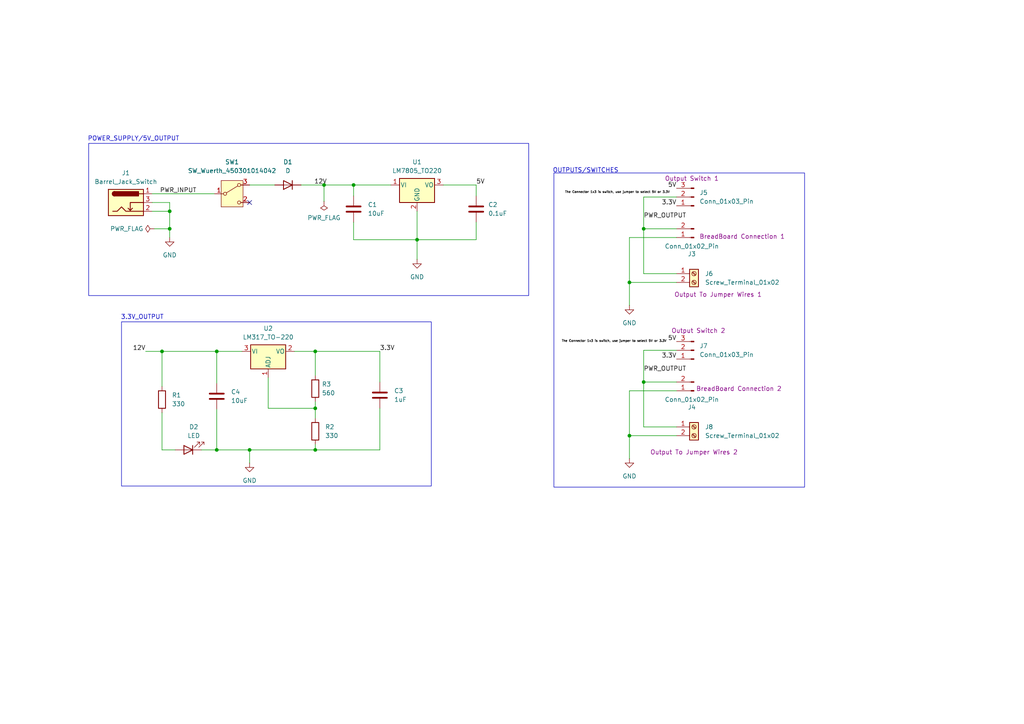
<source format=kicad_sch>
(kicad_sch
	(version 20250114)
	(generator "eeschema")
	(generator_version "9.0")
	(uuid "9c7b0b5e-38cf-4a80-944f-c467fea7ce75")
	(paper "A4")
	(title_block
		(title "Simple_Power_Supply")
		(date "2026-01-30")
		(rev "1")
	)
	(lib_symbols
		(symbol "Connector:Barrel_Jack_Switch"
			(pin_names
				(hide yes)
			)
			(exclude_from_sim no)
			(in_bom yes)
			(on_board yes)
			(property "Reference" "J"
				(at 0 5.334 0)
				(effects
					(font
						(size 1.27 1.27)
					)
				)
			)
			(property "Value" "Barrel_Jack_Switch"
				(at 0 -5.08 0)
				(effects
					(font
						(size 1.27 1.27)
					)
				)
			)
			(property "Footprint" ""
				(at 1.27 -1.016 0)
				(effects
					(font
						(size 1.27 1.27)
					)
					(hide yes)
				)
			)
			(property "Datasheet" "~"
				(at 1.27 -1.016 0)
				(effects
					(font
						(size 1.27 1.27)
					)
					(hide yes)
				)
			)
			(property "Description" "DC Barrel Jack with an internal switch"
				(at 0 0 0)
				(effects
					(font
						(size 1.27 1.27)
					)
					(hide yes)
				)
			)
			(property "ki_keywords" "DC power barrel jack connector"
				(at 0 0 0)
				(effects
					(font
						(size 1.27 1.27)
					)
					(hide yes)
				)
			)
			(property "ki_fp_filters" "BarrelJack*"
				(at 0 0 0)
				(effects
					(font
						(size 1.27 1.27)
					)
					(hide yes)
				)
			)
			(symbol "Barrel_Jack_Switch_0_1"
				(rectangle
					(start -5.08 3.81)
					(end 5.08 -3.81)
					(stroke
						(width 0.254)
						(type default)
					)
					(fill
						(type background)
					)
				)
				(polyline
					(pts
						(xy -3.81 -2.54) (xy -2.54 -2.54) (xy -1.27 -1.27) (xy 0 -2.54) (xy 2.54 -2.54) (xy 5.08 -2.54)
					)
					(stroke
						(width 0.254)
						(type default)
					)
					(fill
						(type none)
					)
				)
				(arc
					(start -3.302 1.905)
					(mid -3.9343 2.54)
					(end -3.302 3.175)
					(stroke
						(width 0.254)
						(type default)
					)
					(fill
						(type none)
					)
				)
				(arc
					(start -3.302 1.905)
					(mid -3.9343 2.54)
					(end -3.302 3.175)
					(stroke
						(width 0.254)
						(type default)
					)
					(fill
						(type outline)
					)
				)
				(polyline
					(pts
						(xy 1.27 -2.286) (xy 1.905 -1.651)
					)
					(stroke
						(width 0.254)
						(type default)
					)
					(fill
						(type none)
					)
				)
				(rectangle
					(start 3.683 3.175)
					(end -3.302 1.905)
					(stroke
						(width 0.254)
						(type default)
					)
					(fill
						(type outline)
					)
				)
				(polyline
					(pts
						(xy 5.08 2.54) (xy 3.81 2.54)
					)
					(stroke
						(width 0.254)
						(type default)
					)
					(fill
						(type none)
					)
				)
				(polyline
					(pts
						(xy 5.08 0) (xy 1.27 0) (xy 1.27 -2.286) (xy 0.635 -1.651)
					)
					(stroke
						(width 0.254)
						(type default)
					)
					(fill
						(type none)
					)
				)
			)
			(symbol "Barrel_Jack_Switch_1_1"
				(pin passive line
					(at 7.62 2.54 180)
					(length 2.54)
					(name "~"
						(effects
							(font
								(size 1.27 1.27)
							)
						)
					)
					(number "1"
						(effects
							(font
								(size 1.27 1.27)
							)
						)
					)
				)
				(pin passive line
					(at 7.62 0 180)
					(length 2.54)
					(name "~"
						(effects
							(font
								(size 1.27 1.27)
							)
						)
					)
					(number "3"
						(effects
							(font
								(size 1.27 1.27)
							)
						)
					)
				)
				(pin passive line
					(at 7.62 -2.54 180)
					(length 2.54)
					(name "~"
						(effects
							(font
								(size 1.27 1.27)
							)
						)
					)
					(number "2"
						(effects
							(font
								(size 1.27 1.27)
							)
						)
					)
				)
			)
			(embedded_fonts no)
		)
		(symbol "Connector:Conn_01x02_Pin"
			(pin_names
				(offset 1.016)
				(hide yes)
			)
			(exclude_from_sim no)
			(in_bom yes)
			(on_board yes)
			(property "Reference" "J"
				(at 0 2.54 0)
				(effects
					(font
						(size 1.27 1.27)
					)
				)
			)
			(property "Value" "Conn_01x02_Pin"
				(at 0 -5.08 0)
				(effects
					(font
						(size 1.27 1.27)
					)
				)
			)
			(property "Footprint" ""
				(at 0 0 0)
				(effects
					(font
						(size 1.27 1.27)
					)
					(hide yes)
				)
			)
			(property "Datasheet" "~"
				(at 0 0 0)
				(effects
					(font
						(size 1.27 1.27)
					)
					(hide yes)
				)
			)
			(property "Description" "Generic connector, single row, 01x02, script generated"
				(at 0 0 0)
				(effects
					(font
						(size 1.27 1.27)
					)
					(hide yes)
				)
			)
			(property "ki_locked" ""
				(at 0 0 0)
				(effects
					(font
						(size 1.27 1.27)
					)
				)
			)
			(property "ki_keywords" "connector"
				(at 0 0 0)
				(effects
					(font
						(size 1.27 1.27)
					)
					(hide yes)
				)
			)
			(property "ki_fp_filters" "Connector*:*_1x??_*"
				(at 0 0 0)
				(effects
					(font
						(size 1.27 1.27)
					)
					(hide yes)
				)
			)
			(symbol "Conn_01x02_Pin_1_1"
				(rectangle
					(start 0.8636 0.127)
					(end 0 -0.127)
					(stroke
						(width 0.1524)
						(type default)
					)
					(fill
						(type outline)
					)
				)
				(rectangle
					(start 0.8636 -2.413)
					(end 0 -2.667)
					(stroke
						(width 0.1524)
						(type default)
					)
					(fill
						(type outline)
					)
				)
				(polyline
					(pts
						(xy 1.27 0) (xy 0.8636 0)
					)
					(stroke
						(width 0.1524)
						(type default)
					)
					(fill
						(type none)
					)
				)
				(polyline
					(pts
						(xy 1.27 -2.54) (xy 0.8636 -2.54)
					)
					(stroke
						(width 0.1524)
						(type default)
					)
					(fill
						(type none)
					)
				)
				(pin passive line
					(at 5.08 0 180)
					(length 3.81)
					(name "Pin_1"
						(effects
							(font
								(size 1.27 1.27)
							)
						)
					)
					(number "1"
						(effects
							(font
								(size 1.27 1.27)
							)
						)
					)
				)
				(pin passive line
					(at 5.08 -2.54 180)
					(length 3.81)
					(name "Pin_2"
						(effects
							(font
								(size 1.27 1.27)
							)
						)
					)
					(number "2"
						(effects
							(font
								(size 1.27 1.27)
							)
						)
					)
				)
			)
			(embedded_fonts no)
		)
		(symbol "Connector:Conn_01x03_Pin"
			(pin_names
				(offset 1.016)
				(hide yes)
			)
			(exclude_from_sim no)
			(in_bom yes)
			(on_board yes)
			(property "Reference" "J"
				(at 0 5.08 0)
				(effects
					(font
						(size 1.27 1.27)
					)
				)
			)
			(property "Value" "Conn_01x03_Pin"
				(at 0 -5.08 0)
				(effects
					(font
						(size 1.27 1.27)
					)
				)
			)
			(property "Footprint" ""
				(at 0 0 0)
				(effects
					(font
						(size 1.27 1.27)
					)
					(hide yes)
				)
			)
			(property "Datasheet" "~"
				(at 0 0 0)
				(effects
					(font
						(size 1.27 1.27)
					)
					(hide yes)
				)
			)
			(property "Description" "Generic connector, single row, 01x03, script generated"
				(at 0 0 0)
				(effects
					(font
						(size 1.27 1.27)
					)
					(hide yes)
				)
			)
			(property "ki_locked" ""
				(at 0 0 0)
				(effects
					(font
						(size 1.27 1.27)
					)
				)
			)
			(property "ki_keywords" "connector"
				(at 0 0 0)
				(effects
					(font
						(size 1.27 1.27)
					)
					(hide yes)
				)
			)
			(property "ki_fp_filters" "Connector*:*_1x??_*"
				(at 0 0 0)
				(effects
					(font
						(size 1.27 1.27)
					)
					(hide yes)
				)
			)
			(symbol "Conn_01x03_Pin_1_1"
				(rectangle
					(start 0.8636 2.667)
					(end 0 2.413)
					(stroke
						(width 0.1524)
						(type default)
					)
					(fill
						(type outline)
					)
				)
				(rectangle
					(start 0.8636 0.127)
					(end 0 -0.127)
					(stroke
						(width 0.1524)
						(type default)
					)
					(fill
						(type outline)
					)
				)
				(rectangle
					(start 0.8636 -2.413)
					(end 0 -2.667)
					(stroke
						(width 0.1524)
						(type default)
					)
					(fill
						(type outline)
					)
				)
				(polyline
					(pts
						(xy 1.27 2.54) (xy 0.8636 2.54)
					)
					(stroke
						(width 0.1524)
						(type default)
					)
					(fill
						(type none)
					)
				)
				(polyline
					(pts
						(xy 1.27 0) (xy 0.8636 0)
					)
					(stroke
						(width 0.1524)
						(type default)
					)
					(fill
						(type none)
					)
				)
				(polyline
					(pts
						(xy 1.27 -2.54) (xy 0.8636 -2.54)
					)
					(stroke
						(width 0.1524)
						(type default)
					)
					(fill
						(type none)
					)
				)
				(pin passive line
					(at 5.08 2.54 180)
					(length 3.81)
					(name "Pin_1"
						(effects
							(font
								(size 1.27 1.27)
							)
						)
					)
					(number "1"
						(effects
							(font
								(size 1.27 1.27)
							)
						)
					)
				)
				(pin passive line
					(at 5.08 0 180)
					(length 3.81)
					(name "Pin_2"
						(effects
							(font
								(size 1.27 1.27)
							)
						)
					)
					(number "2"
						(effects
							(font
								(size 1.27 1.27)
							)
						)
					)
				)
				(pin passive line
					(at 5.08 -2.54 180)
					(length 3.81)
					(name "Pin_3"
						(effects
							(font
								(size 1.27 1.27)
							)
						)
					)
					(number "3"
						(effects
							(font
								(size 1.27 1.27)
							)
						)
					)
				)
			)
			(embedded_fonts no)
		)
		(symbol "Connector:Screw_Terminal_01x02"
			(pin_names
				(offset 1.016)
				(hide yes)
			)
			(exclude_from_sim no)
			(in_bom yes)
			(on_board yes)
			(property "Reference" "J"
				(at 0 2.54 0)
				(effects
					(font
						(size 1.27 1.27)
					)
				)
			)
			(property "Value" "Screw_Terminal_01x02"
				(at 0 -5.08 0)
				(effects
					(font
						(size 1.27 1.27)
					)
				)
			)
			(property "Footprint" ""
				(at 0 0 0)
				(effects
					(font
						(size 1.27 1.27)
					)
					(hide yes)
				)
			)
			(property "Datasheet" "~"
				(at 0 0 0)
				(effects
					(font
						(size 1.27 1.27)
					)
					(hide yes)
				)
			)
			(property "Description" "Generic screw terminal, single row, 01x02, script generated (kicad-library-utils/schlib/autogen/connector/)"
				(at 0 0 0)
				(effects
					(font
						(size 1.27 1.27)
					)
					(hide yes)
				)
			)
			(property "ki_keywords" "screw terminal"
				(at 0 0 0)
				(effects
					(font
						(size 1.27 1.27)
					)
					(hide yes)
				)
			)
			(property "ki_fp_filters" "TerminalBlock*:*"
				(at 0 0 0)
				(effects
					(font
						(size 1.27 1.27)
					)
					(hide yes)
				)
			)
			(symbol "Screw_Terminal_01x02_1_1"
				(rectangle
					(start -1.27 1.27)
					(end 1.27 -3.81)
					(stroke
						(width 0.254)
						(type default)
					)
					(fill
						(type background)
					)
				)
				(polyline
					(pts
						(xy -0.5334 0.3302) (xy 0.3302 -0.508)
					)
					(stroke
						(width 0.1524)
						(type default)
					)
					(fill
						(type none)
					)
				)
				(polyline
					(pts
						(xy -0.5334 -2.2098) (xy 0.3302 -3.048)
					)
					(stroke
						(width 0.1524)
						(type default)
					)
					(fill
						(type none)
					)
				)
				(polyline
					(pts
						(xy -0.3556 0.508) (xy 0.508 -0.3302)
					)
					(stroke
						(width 0.1524)
						(type default)
					)
					(fill
						(type none)
					)
				)
				(polyline
					(pts
						(xy -0.3556 -2.032) (xy 0.508 -2.8702)
					)
					(stroke
						(width 0.1524)
						(type default)
					)
					(fill
						(type none)
					)
				)
				(circle
					(center 0 0)
					(radius 0.635)
					(stroke
						(width 0.1524)
						(type default)
					)
					(fill
						(type none)
					)
				)
				(circle
					(center 0 -2.54)
					(radius 0.635)
					(stroke
						(width 0.1524)
						(type default)
					)
					(fill
						(type none)
					)
				)
				(pin passive line
					(at -5.08 0 0)
					(length 3.81)
					(name "Pin_1"
						(effects
							(font
								(size 1.27 1.27)
							)
						)
					)
					(number "1"
						(effects
							(font
								(size 1.27 1.27)
							)
						)
					)
				)
				(pin passive line
					(at -5.08 -2.54 0)
					(length 3.81)
					(name "Pin_2"
						(effects
							(font
								(size 1.27 1.27)
							)
						)
					)
					(number "2"
						(effects
							(font
								(size 1.27 1.27)
							)
						)
					)
				)
			)
			(embedded_fonts no)
		)
		(symbol "Device:C"
			(pin_numbers
				(hide yes)
			)
			(pin_names
				(offset 0.254)
			)
			(exclude_from_sim no)
			(in_bom yes)
			(on_board yes)
			(property "Reference" "C"
				(at 0.635 2.54 0)
				(effects
					(font
						(size 1.27 1.27)
					)
					(justify left)
				)
			)
			(property "Value" "C"
				(at 0.635 -2.54 0)
				(effects
					(font
						(size 1.27 1.27)
					)
					(justify left)
				)
			)
			(property "Footprint" ""
				(at 0.9652 -3.81 0)
				(effects
					(font
						(size 1.27 1.27)
					)
					(hide yes)
				)
			)
			(property "Datasheet" "~"
				(at 0 0 0)
				(effects
					(font
						(size 1.27 1.27)
					)
					(hide yes)
				)
			)
			(property "Description" "Unpolarized capacitor"
				(at 0 0 0)
				(effects
					(font
						(size 1.27 1.27)
					)
					(hide yes)
				)
			)
			(property "ki_keywords" "cap capacitor"
				(at 0 0 0)
				(effects
					(font
						(size 1.27 1.27)
					)
					(hide yes)
				)
			)
			(property "ki_fp_filters" "C_*"
				(at 0 0 0)
				(effects
					(font
						(size 1.27 1.27)
					)
					(hide yes)
				)
			)
			(symbol "C_0_1"
				(polyline
					(pts
						(xy -2.032 0.762) (xy 2.032 0.762)
					)
					(stroke
						(width 0.508)
						(type default)
					)
					(fill
						(type none)
					)
				)
				(polyline
					(pts
						(xy -2.032 -0.762) (xy 2.032 -0.762)
					)
					(stroke
						(width 0.508)
						(type default)
					)
					(fill
						(type none)
					)
				)
			)
			(symbol "C_1_1"
				(pin passive line
					(at 0 3.81 270)
					(length 2.794)
					(name "~"
						(effects
							(font
								(size 1.27 1.27)
							)
						)
					)
					(number "1"
						(effects
							(font
								(size 1.27 1.27)
							)
						)
					)
				)
				(pin passive line
					(at 0 -3.81 90)
					(length 2.794)
					(name "~"
						(effects
							(font
								(size 1.27 1.27)
							)
						)
					)
					(number "2"
						(effects
							(font
								(size 1.27 1.27)
							)
						)
					)
				)
			)
			(embedded_fonts no)
		)
		(symbol "Device:D"
			(pin_numbers
				(hide yes)
			)
			(pin_names
				(offset 1.016)
				(hide yes)
			)
			(exclude_from_sim no)
			(in_bom yes)
			(on_board yes)
			(property "Reference" "D"
				(at 0 2.54 0)
				(effects
					(font
						(size 1.27 1.27)
					)
				)
			)
			(property "Value" "D"
				(at 0 -2.54 0)
				(effects
					(font
						(size 1.27 1.27)
					)
				)
			)
			(property "Footprint" ""
				(at 0 0 0)
				(effects
					(font
						(size 1.27 1.27)
					)
					(hide yes)
				)
			)
			(property "Datasheet" "~"
				(at 0 0 0)
				(effects
					(font
						(size 1.27 1.27)
					)
					(hide yes)
				)
			)
			(property "Description" "Diode"
				(at 0 0 0)
				(effects
					(font
						(size 1.27 1.27)
					)
					(hide yes)
				)
			)
			(property "Sim.Device" "D"
				(at 0 0 0)
				(effects
					(font
						(size 1.27 1.27)
					)
					(hide yes)
				)
			)
			(property "Sim.Pins" "1=K 2=A"
				(at 0 0 0)
				(effects
					(font
						(size 1.27 1.27)
					)
					(hide yes)
				)
			)
			(property "ki_keywords" "diode"
				(at 0 0 0)
				(effects
					(font
						(size 1.27 1.27)
					)
					(hide yes)
				)
			)
			(property "ki_fp_filters" "TO-???* *_Diode_* *SingleDiode* D_*"
				(at 0 0 0)
				(effects
					(font
						(size 1.27 1.27)
					)
					(hide yes)
				)
			)
			(symbol "D_0_1"
				(polyline
					(pts
						(xy -1.27 1.27) (xy -1.27 -1.27)
					)
					(stroke
						(width 0.254)
						(type default)
					)
					(fill
						(type none)
					)
				)
				(polyline
					(pts
						(xy 1.27 1.27) (xy 1.27 -1.27) (xy -1.27 0) (xy 1.27 1.27)
					)
					(stroke
						(width 0.254)
						(type default)
					)
					(fill
						(type none)
					)
				)
				(polyline
					(pts
						(xy 1.27 0) (xy -1.27 0)
					)
					(stroke
						(width 0)
						(type default)
					)
					(fill
						(type none)
					)
				)
			)
			(symbol "D_1_1"
				(pin passive line
					(at -3.81 0 0)
					(length 2.54)
					(name "K"
						(effects
							(font
								(size 1.27 1.27)
							)
						)
					)
					(number "1"
						(effects
							(font
								(size 1.27 1.27)
							)
						)
					)
				)
				(pin passive line
					(at 3.81 0 180)
					(length 2.54)
					(name "A"
						(effects
							(font
								(size 1.27 1.27)
							)
						)
					)
					(number "2"
						(effects
							(font
								(size 1.27 1.27)
							)
						)
					)
				)
			)
			(embedded_fonts no)
		)
		(symbol "Device:LED"
			(pin_numbers
				(hide yes)
			)
			(pin_names
				(offset 1.016)
				(hide yes)
			)
			(exclude_from_sim no)
			(in_bom yes)
			(on_board yes)
			(property "Reference" "D"
				(at 0 2.54 0)
				(effects
					(font
						(size 1.27 1.27)
					)
				)
			)
			(property "Value" "LED"
				(at 0 -2.54 0)
				(effects
					(font
						(size 1.27 1.27)
					)
				)
			)
			(property "Footprint" ""
				(at 0 0 0)
				(effects
					(font
						(size 1.27 1.27)
					)
					(hide yes)
				)
			)
			(property "Datasheet" "~"
				(at 0 0 0)
				(effects
					(font
						(size 1.27 1.27)
					)
					(hide yes)
				)
			)
			(property "Description" "Light emitting diode"
				(at 0 0 0)
				(effects
					(font
						(size 1.27 1.27)
					)
					(hide yes)
				)
			)
			(property "Sim.Pins" "1=K 2=A"
				(at 0 0 0)
				(effects
					(font
						(size 1.27 1.27)
					)
					(hide yes)
				)
			)
			(property "ki_keywords" "LED diode"
				(at 0 0 0)
				(effects
					(font
						(size 1.27 1.27)
					)
					(hide yes)
				)
			)
			(property "ki_fp_filters" "LED* LED_SMD:* LED_THT:*"
				(at 0 0 0)
				(effects
					(font
						(size 1.27 1.27)
					)
					(hide yes)
				)
			)
			(symbol "LED_0_1"
				(polyline
					(pts
						(xy -3.048 -0.762) (xy -4.572 -2.286) (xy -3.81 -2.286) (xy -4.572 -2.286) (xy -4.572 -1.524)
					)
					(stroke
						(width 0)
						(type default)
					)
					(fill
						(type none)
					)
				)
				(polyline
					(pts
						(xy -1.778 -0.762) (xy -3.302 -2.286) (xy -2.54 -2.286) (xy -3.302 -2.286) (xy -3.302 -1.524)
					)
					(stroke
						(width 0)
						(type default)
					)
					(fill
						(type none)
					)
				)
				(polyline
					(pts
						(xy -1.27 0) (xy 1.27 0)
					)
					(stroke
						(width 0)
						(type default)
					)
					(fill
						(type none)
					)
				)
				(polyline
					(pts
						(xy -1.27 -1.27) (xy -1.27 1.27)
					)
					(stroke
						(width 0.254)
						(type default)
					)
					(fill
						(type none)
					)
				)
				(polyline
					(pts
						(xy 1.27 -1.27) (xy 1.27 1.27) (xy -1.27 0) (xy 1.27 -1.27)
					)
					(stroke
						(width 0.254)
						(type default)
					)
					(fill
						(type none)
					)
				)
			)
			(symbol "LED_1_1"
				(pin passive line
					(at -3.81 0 0)
					(length 2.54)
					(name "K"
						(effects
							(font
								(size 1.27 1.27)
							)
						)
					)
					(number "1"
						(effects
							(font
								(size 1.27 1.27)
							)
						)
					)
				)
				(pin passive line
					(at 3.81 0 180)
					(length 2.54)
					(name "A"
						(effects
							(font
								(size 1.27 1.27)
							)
						)
					)
					(number "2"
						(effects
							(font
								(size 1.27 1.27)
							)
						)
					)
				)
			)
			(embedded_fonts no)
		)
		(symbol "Device:R"
			(pin_numbers
				(hide yes)
			)
			(pin_names
				(offset 0)
			)
			(exclude_from_sim no)
			(in_bom yes)
			(on_board yes)
			(property "Reference" "R"
				(at 2.032 0 90)
				(effects
					(font
						(size 1.27 1.27)
					)
				)
			)
			(property "Value" "R"
				(at 0 0 90)
				(effects
					(font
						(size 1.27 1.27)
					)
				)
			)
			(property "Footprint" ""
				(at -1.778 0 90)
				(effects
					(font
						(size 1.27 1.27)
					)
					(hide yes)
				)
			)
			(property "Datasheet" "~"
				(at 0 0 0)
				(effects
					(font
						(size 1.27 1.27)
					)
					(hide yes)
				)
			)
			(property "Description" "Resistor"
				(at 0 0 0)
				(effects
					(font
						(size 1.27 1.27)
					)
					(hide yes)
				)
			)
			(property "ki_keywords" "R res resistor"
				(at 0 0 0)
				(effects
					(font
						(size 1.27 1.27)
					)
					(hide yes)
				)
			)
			(property "ki_fp_filters" "R_*"
				(at 0 0 0)
				(effects
					(font
						(size 1.27 1.27)
					)
					(hide yes)
				)
			)
			(symbol "R_0_1"
				(rectangle
					(start -1.016 -2.54)
					(end 1.016 2.54)
					(stroke
						(width 0.254)
						(type default)
					)
					(fill
						(type none)
					)
				)
			)
			(symbol "R_1_1"
				(pin passive line
					(at 0 3.81 270)
					(length 1.27)
					(name "~"
						(effects
							(font
								(size 1.27 1.27)
							)
						)
					)
					(number "1"
						(effects
							(font
								(size 1.27 1.27)
							)
						)
					)
				)
				(pin passive line
					(at 0 -3.81 90)
					(length 1.27)
					(name "~"
						(effects
							(font
								(size 1.27 1.27)
							)
						)
					)
					(number "2"
						(effects
							(font
								(size 1.27 1.27)
							)
						)
					)
				)
			)
			(embedded_fonts no)
		)
		(symbol "Regulator_Linear:LM317_TO-220"
			(pin_names
				(offset 0.254)
			)
			(exclude_from_sim no)
			(in_bom yes)
			(on_board yes)
			(property "Reference" "U"
				(at -3.81 3.175 0)
				(effects
					(font
						(size 1.27 1.27)
					)
				)
			)
			(property "Value" "LM317_TO-220"
				(at 0 3.175 0)
				(effects
					(font
						(size 1.27 1.27)
					)
					(justify left)
				)
			)
			(property "Footprint" "Package_TO_SOT_THT:TO-220-3_Vertical"
				(at 0 6.35 0)
				(effects
					(font
						(size 1.27 1.27)
						(italic yes)
					)
					(hide yes)
				)
			)
			(property "Datasheet" "http://www.ti.com/lit/ds/symlink/lm317.pdf"
				(at 0 0 0)
				(effects
					(font
						(size 1.27 1.27)
					)
					(hide yes)
				)
			)
			(property "Description" "1.5A 35V Adjustable Linear Regulator, TO-220"
				(at 0 0 0)
				(effects
					(font
						(size 1.27 1.27)
					)
					(hide yes)
				)
			)
			(property "ki_keywords" "Adjustable Voltage Regulator 1A Positive"
				(at 0 0 0)
				(effects
					(font
						(size 1.27 1.27)
					)
					(hide yes)
				)
			)
			(property "ki_fp_filters" "TO?220*"
				(at 0 0 0)
				(effects
					(font
						(size 1.27 1.27)
					)
					(hide yes)
				)
			)
			(symbol "LM317_TO-220_0_1"
				(rectangle
					(start -5.08 1.905)
					(end 5.08 -5.08)
					(stroke
						(width 0.254)
						(type default)
					)
					(fill
						(type background)
					)
				)
			)
			(symbol "LM317_TO-220_1_1"
				(pin power_in line
					(at -7.62 0 0)
					(length 2.54)
					(name "VI"
						(effects
							(font
								(size 1.27 1.27)
							)
						)
					)
					(number "3"
						(effects
							(font
								(size 1.27 1.27)
							)
						)
					)
				)
				(pin input line
					(at 0 -7.62 90)
					(length 2.54)
					(name "ADJ"
						(effects
							(font
								(size 1.27 1.27)
							)
						)
					)
					(number "1"
						(effects
							(font
								(size 1.27 1.27)
							)
						)
					)
				)
				(pin power_out line
					(at 7.62 0 180)
					(length 2.54)
					(name "VO"
						(effects
							(font
								(size 1.27 1.27)
							)
						)
					)
					(number "2"
						(effects
							(font
								(size 1.27 1.27)
							)
						)
					)
				)
			)
			(embedded_fonts no)
		)
		(symbol "Regulator_Linear:LM7805_TO220"
			(pin_names
				(offset 0.254)
			)
			(exclude_from_sim no)
			(in_bom yes)
			(on_board yes)
			(property "Reference" "U"
				(at -3.81 3.175 0)
				(effects
					(font
						(size 1.27 1.27)
					)
				)
			)
			(property "Value" "LM7805_TO220"
				(at 0 3.175 0)
				(effects
					(font
						(size 1.27 1.27)
					)
					(justify left)
				)
			)
			(property "Footprint" "Package_TO_SOT_THT:TO-220-3_Vertical"
				(at 0 5.715 0)
				(effects
					(font
						(size 1.27 1.27)
						(italic yes)
					)
					(hide yes)
				)
			)
			(property "Datasheet" "https://www.onsemi.cn/PowerSolutions/document/MC7800-D.PDF"
				(at 0 -1.27 0)
				(effects
					(font
						(size 1.27 1.27)
					)
					(hide yes)
				)
			)
			(property "Description" "Positive 1A 35V Linear Regulator, Fixed Output 5V, TO-220"
				(at 0 0 0)
				(effects
					(font
						(size 1.27 1.27)
					)
					(hide yes)
				)
			)
			(property "ki_keywords" "Voltage Regulator 1A Positive"
				(at 0 0 0)
				(effects
					(font
						(size 1.27 1.27)
					)
					(hide yes)
				)
			)
			(property "ki_fp_filters" "TO?220*"
				(at 0 0 0)
				(effects
					(font
						(size 1.27 1.27)
					)
					(hide yes)
				)
			)
			(symbol "LM7805_TO220_0_1"
				(rectangle
					(start -5.08 1.905)
					(end 5.08 -5.08)
					(stroke
						(width 0.254)
						(type default)
					)
					(fill
						(type background)
					)
				)
			)
			(symbol "LM7805_TO220_1_1"
				(pin power_in line
					(at -7.62 0 0)
					(length 2.54)
					(name "VI"
						(effects
							(font
								(size 1.27 1.27)
							)
						)
					)
					(number "1"
						(effects
							(font
								(size 1.27 1.27)
							)
						)
					)
				)
				(pin power_in line
					(at 0 -7.62 90)
					(length 2.54)
					(name "GND"
						(effects
							(font
								(size 1.27 1.27)
							)
						)
					)
					(number "2"
						(effects
							(font
								(size 1.27 1.27)
							)
						)
					)
				)
				(pin power_out line
					(at 7.62 0 180)
					(length 2.54)
					(name "VO"
						(effects
							(font
								(size 1.27 1.27)
							)
						)
					)
					(number "3"
						(effects
							(font
								(size 1.27 1.27)
							)
						)
					)
				)
			)
			(embedded_fonts no)
		)
		(symbol "Switch:SW_Wuerth_450301014042"
			(pin_names
				(offset 1)
				(hide yes)
			)
			(exclude_from_sim no)
			(in_bom yes)
			(on_board yes)
			(property "Reference" "SW"
				(at 0 5.08 0)
				(effects
					(font
						(size 1.27 1.27)
					)
				)
			)
			(property "Value" "SW_Wuerth_450301014042"
				(at 0 -5.08 0)
				(effects
					(font
						(size 1.27 1.27)
					)
				)
			)
			(property "Footprint" "Button_Switch_THT:SW_Slide-03_Wuerth-WS-SLTV_10x2.5x6.4_P2.54mm"
				(at 0 -10.16 0)
				(effects
					(font
						(size 1.27 1.27)
					)
					(hide yes)
				)
			)
			(property "Datasheet" "https://www.we-online.com/components/products/datasheet/450301014042.pdf"
				(at 0 -7.62 0)
				(effects
					(font
						(size 1.27 1.27)
					)
					(hide yes)
				)
			)
			(property "Description" "Switch slide, single pole double throw"
				(at 0 0 0)
				(effects
					(font
						(size 1.27 1.27)
					)
					(hide yes)
				)
			)
			(property "ki_keywords" "changeover single-pole opposite-side-connection double-throw spdt ON-ON"
				(at 0 0 0)
				(effects
					(font
						(size 1.27 1.27)
					)
					(hide yes)
				)
			)
			(property "ki_fp_filters" "SW*Wuerth*WS*SLTV*10x2.5x6.4*P2.54mm*"
				(at 0 0 0)
				(effects
					(font
						(size 1.27 1.27)
					)
					(hide yes)
				)
			)
			(symbol "SW_Wuerth_450301014042_0_1"
				(circle
					(center -2.032 0)
					(radius 0.4572)
					(stroke
						(width 0)
						(type default)
					)
					(fill
						(type none)
					)
				)
				(polyline
					(pts
						(xy -1.651 0.254) (xy 1.651 2.286)
					)
					(stroke
						(width 0)
						(type default)
					)
					(fill
						(type none)
					)
				)
				(circle
					(center 2.032 2.54)
					(radius 0.4572)
					(stroke
						(width 0)
						(type default)
					)
					(fill
						(type none)
					)
				)
				(circle
					(center 2.032 -2.54)
					(radius 0.4572)
					(stroke
						(width 0)
						(type default)
					)
					(fill
						(type none)
					)
				)
			)
			(symbol "SW_Wuerth_450301014042_1_1"
				(rectangle
					(start -3.175 3.81)
					(end 3.175 -3.81)
					(stroke
						(width 0)
						(type default)
					)
					(fill
						(type background)
					)
				)
				(pin passive line
					(at -5.08 0 0)
					(length 2.54)
					(name "B"
						(effects
							(font
								(size 1.27 1.27)
							)
						)
					)
					(number "1"
						(effects
							(font
								(size 1.27 1.27)
							)
						)
					)
				)
				(pin passive line
					(at 5.08 2.54 180)
					(length 2.54)
					(name "A"
						(effects
							(font
								(size 1.27 1.27)
							)
						)
					)
					(number "3"
						(effects
							(font
								(size 1.27 1.27)
							)
						)
					)
				)
				(pin passive line
					(at 5.08 -2.54 180)
					(length 2.54)
					(name "C"
						(effects
							(font
								(size 1.27 1.27)
							)
						)
					)
					(number "2"
						(effects
							(font
								(size 1.27 1.27)
							)
						)
					)
				)
			)
			(embedded_fonts no)
		)
		(symbol "power:GND"
			(power)
			(pin_numbers
				(hide yes)
			)
			(pin_names
				(offset 0)
				(hide yes)
			)
			(exclude_from_sim no)
			(in_bom yes)
			(on_board yes)
			(property "Reference" "#PWR"
				(at 0 -6.35 0)
				(effects
					(font
						(size 1.27 1.27)
					)
					(hide yes)
				)
			)
			(property "Value" "GND"
				(at 0 -3.81 0)
				(effects
					(font
						(size 1.27 1.27)
					)
				)
			)
			(property "Footprint" ""
				(at 0 0 0)
				(effects
					(font
						(size 1.27 1.27)
					)
					(hide yes)
				)
			)
			(property "Datasheet" ""
				(at 0 0 0)
				(effects
					(font
						(size 1.27 1.27)
					)
					(hide yes)
				)
			)
			(property "Description" "Power symbol creates a global label with name \"GND\" , ground"
				(at 0 0 0)
				(effects
					(font
						(size 1.27 1.27)
					)
					(hide yes)
				)
			)
			(property "ki_keywords" "global power"
				(at 0 0 0)
				(effects
					(font
						(size 1.27 1.27)
					)
					(hide yes)
				)
			)
			(symbol "GND_0_1"
				(polyline
					(pts
						(xy 0 0) (xy 0 -1.27) (xy 1.27 -1.27) (xy 0 -2.54) (xy -1.27 -1.27) (xy 0 -1.27)
					)
					(stroke
						(width 0)
						(type default)
					)
					(fill
						(type none)
					)
				)
			)
			(symbol "GND_1_1"
				(pin power_in line
					(at 0 0 270)
					(length 0)
					(name "~"
						(effects
							(font
								(size 1.27 1.27)
							)
						)
					)
					(number "1"
						(effects
							(font
								(size 1.27 1.27)
							)
						)
					)
				)
			)
			(embedded_fonts no)
		)
		(symbol "power:PWR_FLAG"
			(power)
			(pin_numbers
				(hide yes)
			)
			(pin_names
				(offset 0)
				(hide yes)
			)
			(exclude_from_sim no)
			(in_bom yes)
			(on_board yes)
			(property "Reference" "#FLG"
				(at 0 1.905 0)
				(effects
					(font
						(size 1.27 1.27)
					)
					(hide yes)
				)
			)
			(property "Value" "PWR_FLAG"
				(at 0 3.81 0)
				(effects
					(font
						(size 1.27 1.27)
					)
				)
			)
			(property "Footprint" ""
				(at 0 0 0)
				(effects
					(font
						(size 1.27 1.27)
					)
					(hide yes)
				)
			)
			(property "Datasheet" "~"
				(at 0 0 0)
				(effects
					(font
						(size 1.27 1.27)
					)
					(hide yes)
				)
			)
			(property "Description" "Special symbol for telling ERC where power comes from"
				(at 0 0 0)
				(effects
					(font
						(size 1.27 1.27)
					)
					(hide yes)
				)
			)
			(property "ki_keywords" "flag power"
				(at 0 0 0)
				(effects
					(font
						(size 1.27 1.27)
					)
					(hide yes)
				)
			)
			(symbol "PWR_FLAG_0_0"
				(pin power_out line
					(at 0 0 90)
					(length 0)
					(name "~"
						(effects
							(font
								(size 1.27 1.27)
							)
						)
					)
					(number "1"
						(effects
							(font
								(size 1.27 1.27)
							)
						)
					)
				)
			)
			(symbol "PWR_FLAG_0_1"
				(polyline
					(pts
						(xy 0 0) (xy 0 1.27) (xy -1.016 1.905) (xy 0 2.54) (xy 1.016 1.905) (xy 0 1.27)
					)
					(stroke
						(width 0)
						(type default)
					)
					(fill
						(type none)
					)
				)
			)
			(embedded_fonts no)
		)
	)
	(rectangle
		(start 160.655 50.1649)
		(end 233.3625 141.2874)
		(stroke
			(width 0)
			(type default)
		)
		(fill
			(type none)
		)
		(uuid 35b4f456-3c2f-4f2e-83bc-d35df8f8afa2)
	)
	(rectangle
		(start 35.2425 93.345)
		(end 125.095 140.9699)
		(stroke
			(width 0)
			(type default)
		)
		(fill
			(type none)
		)
		(uuid 4b1aade5-86f9-4c93-939c-4819bd1cfad2)
	)
	(rectangle
		(start 25.7175 41.5925)
		(end 153.3525 85.725)
		(stroke
			(width 0)
			(type default)
		)
		(fill
			(type none)
		)
		(uuid 585123e3-1f7b-44ce-bde7-b90234f1d7dc)
	)
	(text "The Connector 1x3 is switch, use jumper to select 5V or 3.3V"
		(exclude_from_sim no)
		(at 179.07 55.88 0)
		(effects
			(font
				(size 0.635 0.635)
				(thickness 0.127)
				(bold yes)
				(color 0 0 0 1)
			)
		)
		(uuid "55a3cc48-c151-4a1f-aeef-a31e0cc36db6")
	)
	(text "3.3V_OUTPUT"
		(exclude_from_sim no)
		(at 41.275 92.075 0)
		(effects
			(font
				(size 1.27 1.27)
			)
		)
		(uuid "6001607f-a43e-4db2-a13f-09d3ecea1236")
	)
	(text "OUTPUTS/SWITCHES"
		(exclude_from_sim no)
		(at 169.8625 49.53 0)
		(effects
			(font
				(size 1.27 1.27)
			)
		)
		(uuid "be6d6ee5-7227-4bd1-af29-3548ec5e4452")
	)
	(text "The Connector 1x3 is switch, use jumper to select 5V or 3.3V"
		(exclude_from_sim no)
		(at 178.1175 99.06 0)
		(effects
			(font
				(size 0.635 0.635)
				(thickness 0.127)
				(bold yes)
				(color 0 0 0 1)
			)
		)
		(uuid "d7ffa834-786e-420c-84fe-a4ac613af525")
	)
	(text "POWER_SUPPLY/5V_OUTPUT"
		(exclude_from_sim no)
		(at 38.735 40.3225 0)
		(effects
			(font
				(size 1.27 1.27)
			)
		)
		(uuid "fbc829ad-3c17-4302-a501-917647533717")
	)
	(junction
		(at 72.39 130.4925)
		(diameter 0)
		(color 0 0 0 0)
		(uuid "0d6c3807-f199-4009-8f49-691c5a23eff2")
	)
	(junction
		(at 182.5625 126.365)
		(diameter 0)
		(color 0 0 0 0)
		(uuid "1b0e4c86-a3b5-4273-b1d6-b8b05a146888")
	)
	(junction
		(at 186.69 66.3575)
		(diameter 0)
		(color 0 0 0 0)
		(uuid "1d732322-ed91-4c9e-98a0-6a127a58a4e5")
	)
	(junction
		(at 186.69 110.8075)
		(diameter 0)
		(color 0 0 0 0)
		(uuid "3451c8fe-a8c8-4ad6-bf2b-ed8197951f9c")
	)
	(junction
		(at 49.2125 66.3575)
		(diameter 0)
		(color 0 0 0 0)
		(uuid "36ae19d0-97a9-4ddc-b731-34af7c4dfc0a")
	)
	(junction
		(at 62.865 130.4925)
		(diameter 0)
		(color 0 0 0 0)
		(uuid "4f9fec77-d2db-40df-b3c1-add9c16a4dc4")
	)
	(junction
		(at 91.44 101.9175)
		(diameter 0)
		(color 0 0 0 0)
		(uuid "6a458400-cd45-43f2-b3e5-b93af1d690ec")
	)
	(junction
		(at 182.5625 81.915)
		(diameter 0)
		(color 0 0 0 0)
		(uuid "6bb19094-5a44-47f6-8c8f-6a0d0ac2b8fa")
	)
	(junction
		(at 62.865 101.9175)
		(diameter 0)
		(color 0 0 0 0)
		(uuid "85d4983b-32b7-4a42-9317-cdca5dd4ecc4")
	)
	(junction
		(at 49.2125 61.2775)
		(diameter 0)
		(color 0 0 0 0)
		(uuid "9633ee5f-3a17-4b6c-ad64-2d0b0bfdce0f")
	)
	(junction
		(at 46.99 101.9175)
		(diameter 0)
		(color 0 0 0 0)
		(uuid "a75b35d0-2e53-4c76-963b-8daae16cf68d")
	)
	(junction
		(at 91.44 118.4275)
		(diameter 0)
		(color 0 0 0 0)
		(uuid "b0b02903-9c6a-4677-8484-4fc7f92978e8")
	)
	(junction
		(at 102.5525 53.6575)
		(diameter 0)
		(color 0 0 0 0)
		(uuid "bd05d470-b099-45cf-82e1-7c2211233f74")
	)
	(junction
		(at 93.98 53.6575)
		(diameter 0)
		(color 0 0 0 0)
		(uuid "bd436c13-3696-42f2-81d0-5c9f5b464b89")
	)
	(junction
		(at 91.44 130.4925)
		(diameter 0)
		(color 0 0 0 0)
		(uuid "bf15785a-909e-40c4-a892-4e74d3d92923")
	)
	(junction
		(at 120.9675 69.5325)
		(diameter 0)
		(color 0 0 0 0)
		(uuid "f633552c-e938-4643-a09d-c8cc4ba04176")
	)
	(no_connect
		(at 72.39 58.7375)
		(uuid "4cda579f-acfc-4550-84c8-68b891b7a6e9")
	)
	(wire
		(pts
			(xy 91.44 101.9175) (xy 110.1725 101.9175)
		)
		(stroke
			(width 0)
			(type default)
		)
		(uuid "105e59b7-6466-4d63-a622-1ed531b9bb54")
	)
	(wire
		(pts
			(xy 182.5625 113.3475) (xy 196.215 113.3475)
		)
		(stroke
			(width 0)
			(type default)
		)
		(uuid "184ff49f-90e3-4a2b-9ed1-98c0ca18a4ee")
	)
	(wire
		(pts
			(xy 44.7675 66.3575) (xy 49.2125 66.3575)
		)
		(stroke
			(width 0)
			(type default)
		)
		(uuid "18bcf11d-07b2-49a6-8635-db5aed44e1bc")
	)
	(wire
		(pts
			(xy 186.69 110.8075) (xy 196.215 110.8075)
		)
		(stroke
			(width 0)
			(type default)
		)
		(uuid "1c8f5e11-f66d-4295-b83b-70eb08639795")
	)
	(wire
		(pts
			(xy 186.69 57.15) (xy 186.69 66.3575)
		)
		(stroke
			(width 0)
			(type default)
		)
		(uuid "1ce7c015-ec9c-4b73-be8d-c39b3b4e8095")
	)
	(wire
		(pts
			(xy 102.5525 64.4525) (xy 102.5525 69.5325)
		)
		(stroke
			(width 0)
			(type default)
		)
		(uuid "1f76d060-acc3-428a-b24a-7b2eb6a367f6")
	)
	(wire
		(pts
			(xy 182.5625 68.8975) (xy 182.5625 81.915)
		)
		(stroke
			(width 0)
			(type default)
		)
		(uuid "324107c9-4666-4cb6-b80a-dd2f47ed900f")
	)
	(wire
		(pts
			(xy 91.44 128.905) (xy 91.44 130.4925)
		)
		(stroke
			(width 0)
			(type default)
		)
		(uuid "32e8458b-f427-4049-b169-1cf8acbf048b")
	)
	(wire
		(pts
			(xy 77.7875 118.4275) (xy 91.44 118.4275)
		)
		(stroke
			(width 0)
			(type default)
		)
		(uuid "3527d7ff-e891-4ef0-8158-98a45c644946")
	)
	(wire
		(pts
			(xy 182.5625 113.3475) (xy 182.5625 126.365)
		)
		(stroke
			(width 0)
			(type default)
		)
		(uuid "36ce499d-ed63-43ae-8a4f-5b64ba6d9a42")
	)
	(wire
		(pts
			(xy 113.3475 53.6575) (xy 102.5525 53.6575)
		)
		(stroke
			(width 0)
			(type default)
		)
		(uuid "3dbb7e54-985e-46f2-a513-381bd6d70b29")
	)
	(wire
		(pts
			(xy 182.5625 126.365) (xy 182.5625 133.0325)
		)
		(stroke
			(width 0)
			(type default)
		)
		(uuid "48f02cee-7c31-4cbf-b608-fae332993e07")
	)
	(wire
		(pts
			(xy 186.69 66.3575) (xy 186.69 79.375)
		)
		(stroke
			(width 0)
			(type default)
		)
		(uuid "4d2d5752-0ecf-4ca0-a71a-7f47709bce96")
	)
	(wire
		(pts
			(xy 186.69 79.375) (xy 196.215 79.375)
		)
		(stroke
			(width 0)
			(type default)
		)
		(uuid "4e94844b-ff9f-4c29-abf3-52c4da2bd141")
	)
	(wire
		(pts
			(xy 49.2125 61.2775) (xy 49.2125 66.3575)
		)
		(stroke
			(width 0)
			(type default)
		)
		(uuid "56a3fb10-d533-4458-96c4-403839c09aef")
	)
	(wire
		(pts
			(xy 91.44 118.4275) (xy 91.44 121.285)
		)
		(stroke
			(width 0)
			(type default)
		)
		(uuid "5bb5a0d8-9cd8-41da-9169-724f65bcc4e7")
	)
	(wire
		(pts
			(xy 120.9675 61.2775) (xy 120.9675 69.5325)
		)
		(stroke
			(width 0)
			(type default)
		)
		(uuid "5d8f0552-a5a9-40ba-a045-31a22d29f8e0")
	)
	(wire
		(pts
			(xy 120.9675 69.5325) (xy 138.1125 69.5325)
		)
		(stroke
			(width 0)
			(type default)
		)
		(uuid "5e4eb8c3-080d-4e14-8ba2-f32673e01729")
	)
	(wire
		(pts
			(xy 138.1125 69.5325) (xy 138.1125 64.4525)
		)
		(stroke
			(width 0)
			(type default)
		)
		(uuid "648e1434-69fe-4f9e-8a9b-831236f0bfe5")
	)
	(wire
		(pts
			(xy 182.5625 81.915) (xy 196.215 81.915)
		)
		(stroke
			(width 0)
			(type default)
		)
		(uuid "70126eb9-1763-47da-8e1f-fb0c81c4e0e3")
	)
	(wire
		(pts
			(xy 72.39 130.4925) (xy 72.39 134.3025)
		)
		(stroke
			(width 0)
			(type default)
		)
		(uuid "71edc1c8-533e-42d5-83e8-2d00366c0246")
	)
	(wire
		(pts
			(xy 182.5625 68.8975) (xy 196.215 68.8975)
		)
		(stroke
			(width 0)
			(type default)
		)
		(uuid "7487ce8e-b502-45c3-86b0-90b3cac416a1")
	)
	(wire
		(pts
			(xy 120.9675 75.2475) (xy 120.9675 69.5325)
		)
		(stroke
			(width 0)
			(type default)
		)
		(uuid "7c4c83f4-e207-438d-8206-0eeb1567793f")
	)
	(wire
		(pts
			(xy 46.99 101.9175) (xy 62.865 101.9175)
		)
		(stroke
			(width 0)
			(type default)
		)
		(uuid "846e8661-8c68-4dc2-af28-42e7aee50127")
	)
	(wire
		(pts
			(xy 62.865 101.9175) (xy 70.1675 101.9175)
		)
		(stroke
			(width 0)
			(type default)
		)
		(uuid "84e8cdcb-cd7f-465b-9cf1-641170839a6c")
	)
	(wire
		(pts
			(xy 91.44 130.4925) (xy 72.39 130.4925)
		)
		(stroke
			(width 0)
			(type default)
		)
		(uuid "877e91fc-8c11-4cac-8947-1fef6b338dda")
	)
	(wire
		(pts
			(xy 62.865 101.9175) (xy 62.865 111.125)
		)
		(stroke
			(width 0)
			(type default)
		)
		(uuid "87860358-923d-456f-a14c-fe32e915f912")
	)
	(wire
		(pts
			(xy 182.5625 126.365) (xy 196.215 126.365)
		)
		(stroke
			(width 0)
			(type default)
		)
		(uuid "87f69c53-5ad5-4cfb-86fc-9c7fa94f4bbf")
	)
	(wire
		(pts
			(xy 110.1725 118.4275) (xy 110.1725 130.4925)
		)
		(stroke
			(width 0)
			(type default)
		)
		(uuid "8bac5c56-f671-41c7-8b2e-1dcfa91dc0a7")
	)
	(wire
		(pts
			(xy 62.865 118.745) (xy 62.865 130.4925)
		)
		(stroke
			(width 0)
			(type default)
		)
		(uuid "8d9d72ec-07aa-462a-b6ca-0abf80529a38")
	)
	(wire
		(pts
			(xy 196.215 57.15) (xy 186.69 57.15)
		)
		(stroke
			(width 0)
			(type default)
		)
		(uuid "8e3eaa3d-d8a0-47fe-8700-2f5e7de44719")
	)
	(wire
		(pts
			(xy 102.5525 69.5325) (xy 120.9675 69.5325)
		)
		(stroke
			(width 0)
			(type default)
		)
		(uuid "95da241d-1159-4d81-b9da-14dbfd6be597")
	)
	(wire
		(pts
			(xy 138.1125 56.8325) (xy 138.1125 53.6575)
		)
		(stroke
			(width 0)
			(type default)
		)
		(uuid "9b05b63b-0a28-491f-9937-98d443a6904a")
	)
	(wire
		(pts
			(xy 46.99 130.4925) (xy 50.8 130.4925)
		)
		(stroke
			(width 0)
			(type default)
		)
		(uuid "a0157ccd-5e8c-45fd-af16-dffc6297f815")
	)
	(wire
		(pts
			(xy 42.2275 101.9175) (xy 46.99 101.9175)
		)
		(stroke
			(width 0)
			(type default)
		)
		(uuid "a249b83e-a892-40b4-a16f-0b7bb8ea8646")
	)
	(wire
		(pts
			(xy 186.69 66.3575) (xy 196.215 66.3575)
		)
		(stroke
			(width 0)
			(type default)
		)
		(uuid "a5563b14-aa90-4e32-9ed4-7125b57db6b3")
	)
	(wire
		(pts
			(xy 46.99 119.6975) (xy 46.99 130.4925)
		)
		(stroke
			(width 0)
			(type default)
		)
		(uuid "ab2dc4e1-c815-426c-97ea-5112acb937cc")
	)
	(wire
		(pts
			(xy 93.98 58.42) (xy 93.98 53.6575)
		)
		(stroke
			(width 0)
			(type default)
		)
		(uuid "adf18eff-96b6-4ca6-8f86-aa874dba972d")
	)
	(wire
		(pts
			(xy 46.99 101.9175) (xy 46.99 112.0775)
		)
		(stroke
			(width 0)
			(type default)
		)
		(uuid "af0cb9c0-9996-4131-b30d-f2659bd279ed")
	)
	(wire
		(pts
			(xy 196.215 101.6) (xy 186.69 101.6)
		)
		(stroke
			(width 0)
			(type default)
		)
		(uuid "b8cf0bf3-984e-444f-b3d8-929905816472")
	)
	(wire
		(pts
			(xy 44.1325 56.1975) (xy 62.23 56.1975)
		)
		(stroke
			(width 0)
			(type default)
		)
		(uuid "b8e49d61-816e-4459-907a-26b2e5b0a8dc")
	)
	(wire
		(pts
			(xy 72.39 130.4925) (xy 62.865 130.4925)
		)
		(stroke
			(width 0)
			(type default)
		)
		(uuid "b9b9f79b-da28-4451-a950-67efbac60561")
	)
	(wire
		(pts
			(xy 138.1125 53.6575) (xy 128.5875 53.6575)
		)
		(stroke
			(width 0)
			(type default)
		)
		(uuid "ba21e524-a0da-439f-ac83-04857a841f8e")
	)
	(wire
		(pts
			(xy 49.2125 58.7375) (xy 49.2125 61.2775)
		)
		(stroke
			(width 0)
			(type default)
		)
		(uuid "c1534137-9c97-4c48-bc9d-b12d0fa88567")
	)
	(wire
		(pts
			(xy 186.69 123.825) (xy 196.215 123.825)
		)
		(stroke
			(width 0)
			(type default)
		)
		(uuid "c33629a7-0f03-4151-a7df-eb1ebe087666")
	)
	(wire
		(pts
			(xy 110.1725 130.4925) (xy 91.44 130.4925)
		)
		(stroke
			(width 0)
			(type default)
		)
		(uuid "c42b64ab-da8d-4e0e-a8ac-af457e3fedb0")
	)
	(wire
		(pts
			(xy 87.3125 53.6575) (xy 93.98 53.6575)
		)
		(stroke
			(width 0)
			(type default)
		)
		(uuid "c526c280-5a05-4919-97e6-c8954ded4105")
	)
	(wire
		(pts
			(xy 77.7875 109.5375) (xy 77.7875 118.4275)
		)
		(stroke
			(width 0)
			(type default)
		)
		(uuid "d1cfa74e-13f4-4275-b0c4-a4cfc5aea0c0")
	)
	(wire
		(pts
			(xy 85.4075 101.9175) (xy 91.44 101.9175)
		)
		(stroke
			(width 0)
			(type default)
		)
		(uuid "d1e0adfc-f818-4637-bb5b-0d1e6a9a5d82")
	)
	(wire
		(pts
			(xy 91.44 101.9175) (xy 91.44 108.9025)
		)
		(stroke
			(width 0)
			(type default)
		)
		(uuid "d21ad290-6f93-4e45-8ef1-01969aa36644")
	)
	(wire
		(pts
			(xy 110.1725 101.9175) (xy 110.1725 110.8075)
		)
		(stroke
			(width 0)
			(type default)
		)
		(uuid "d758b3fe-d021-4bb1-b70f-504d6d09ea11")
	)
	(wire
		(pts
			(xy 186.69 101.6) (xy 186.69 110.8075)
		)
		(stroke
			(width 0)
			(type default)
		)
		(uuid "dc640155-1d80-4177-8993-6ba4a3d5c209")
	)
	(wire
		(pts
			(xy 91.44 116.5225) (xy 91.44 118.4275)
		)
		(stroke
			(width 0)
			(type default)
		)
		(uuid "e2426d90-22eb-44b3-94ac-3463b6bb2b6e")
	)
	(wire
		(pts
			(xy 186.69 110.8075) (xy 186.69 123.825)
		)
		(stroke
			(width 0)
			(type default)
		)
		(uuid "ebf87962-4697-4992-b571-738d7cce64c4")
	)
	(wire
		(pts
			(xy 72.39 53.6575) (xy 79.6925 53.6575)
		)
		(stroke
			(width 0)
			(type default)
		)
		(uuid "edbc1beb-3670-4ebd-9409-c694a66c8950")
	)
	(wire
		(pts
			(xy 93.98 53.6575) (xy 102.5525 53.6575)
		)
		(stroke
			(width 0)
			(type default)
		)
		(uuid "efafe36b-a8c2-4d98-8434-8bae8e7878cc")
	)
	(wire
		(pts
			(xy 182.5625 81.915) (xy 182.5625 88.5825)
		)
		(stroke
			(width 0)
			(type default)
		)
		(uuid "f2dc0d10-ff96-42c3-b2a7-d405152a55f8")
	)
	(wire
		(pts
			(xy 44.1325 61.2775) (xy 49.2125 61.2775)
		)
		(stroke
			(width 0)
			(type default)
		)
		(uuid "f7954c1b-098a-43ad-9be3-2395e5a68b72")
	)
	(wire
		(pts
			(xy 102.5525 53.6575) (xy 102.5525 56.8325)
		)
		(stroke
			(width 0)
			(type default)
		)
		(uuid "f9996d66-f87c-4f54-bdf9-13cdba39453e")
	)
	(wire
		(pts
			(xy 44.1325 58.7375) (xy 49.2125 58.7375)
		)
		(stroke
			(width 0)
			(type default)
		)
		(uuid "fa31dcea-05e0-4ef5-b048-0ab56a823494")
	)
	(wire
		(pts
			(xy 62.865 130.4925) (xy 58.42 130.4925)
		)
		(stroke
			(width 0)
			(type default)
		)
		(uuid "fce59a32-3ef5-47cd-8947-5e273aab3aae")
	)
	(wire
		(pts
			(xy 49.2125 66.3575) (xy 49.2125 68.8975)
		)
		(stroke
			(width 0)
			(type default)
		)
		(uuid "fdeb2a4a-aa59-4d56-a835-4a55089fa894")
	)
	(label "5V"
		(at 138.1125 53.6575 0)
		(effects
			(font
				(size 1.27 1.27)
			)
			(justify left bottom)
		)
		(uuid "1b84161f-692e-464a-af90-f5ab76cc8486")
	)
	(label "PWR_OUTPUT"
		(at 186.69 63.5 0)
		(effects
			(font
				(size 1.27 1.27)
			)
			(justify left bottom)
		)
		(uuid "4b0f5fdf-a600-48e6-806c-bc85963a4772")
	)
	(label "5V"
		(at 196.215 99.06 180)
		(effects
			(font
				(size 1.27 1.27)
			)
			(justify right bottom)
		)
		(uuid "7e30c94f-07df-4bfa-b293-babdc04a80ee")
	)
	(label "5V"
		(at 196.215 54.61 180)
		(effects
			(font
				(size 1.27 1.27)
			)
			(justify right bottom)
		)
		(uuid "82ce2110-cb7b-4069-b901-c166f876553d")
	)
	(label "PWR_OUTPUT"
		(at 186.69 107.95 0)
		(effects
			(font
				(size 1.27 1.27)
			)
			(justify left bottom)
		)
		(uuid "98ee9de7-fc0a-47ec-89ca-2de246974217")
	)
	(label "12V"
		(at 91.1225 53.6575 0)
		(effects
			(font
				(size 1.27 1.27)
			)
			(justify left bottom)
		)
		(uuid "b057ae6c-9f68-4692-9a26-8281ce6dc1ab")
	)
	(label "12V"
		(at 42.2275 101.9175 180)
		(effects
			(font
				(size 1.27 1.27)
			)
			(justify right bottom)
		)
		(uuid "b64a2fce-90f9-4c05-abf5-b2ae3d3a6640")
	)
	(label "3.3V"
		(at 110.1725 101.9175 0)
		(effects
			(font
				(size 1.27 1.27)
			)
			(justify left bottom)
		)
		(uuid "c6d144ce-8da4-4e3f-b52f-83671c350583")
	)
	(label "3.3V"
		(at 196.215 104.14 180)
		(effects
			(font
				(size 1.27 1.27)
			)
			(justify right bottom)
		)
		(uuid "d42722c0-c3df-4123-976b-f172b2fb9f45")
	)
	(label "PWR_INPUT"
		(at 46.355 56.1975 0)
		(effects
			(font
				(size 1.27 1.27)
			)
			(justify left bottom)
		)
		(uuid "e886b2f5-8cc4-493d-bde5-e8edc4ff36e8")
	)
	(label "3.3V"
		(at 196.215 59.69 180)
		(effects
			(font
				(size 1.27 1.27)
			)
			(justify right bottom)
		)
		(uuid "eaaab61a-cd31-471a-a22f-67678132127b")
	)
	(symbol
		(lib_id "Device:R")
		(at 91.44 112.7125 180)
		(unit 1)
		(exclude_from_sim no)
		(in_bom yes)
		(on_board yes)
		(dnp no)
		(fields_autoplaced yes)
		(uuid "06b94f43-24d5-46a6-96bc-66683118d384")
		(property "Reference" "R3"
			(at 93.345 111.4424 0)
			(effects
				(font
					(size 1.27 1.27)
				)
				(justify right)
			)
		)
		(property "Value" "560"
			(at 93.345 113.9824 0)
			(effects
				(font
					(size 1.27 1.27)
				)
				(justify right)
			)
		)
		(property "Footprint" "Resistor_THT:R_Axial_DIN0204_L3.6mm_D1.6mm_P7.62mm_Horizontal"
			(at 93.218 112.7125 90)
			(effects
				(font
					(size 1.27 1.27)
				)
				(hide yes)
			)
		)
		(property "Datasheet" "~"
			(at 91.44 112.7125 0)
			(effects
				(font
					(size 1.27 1.27)
				)
				(hide yes)
			)
		)
		(property "Description" "Resistor"
			(at 91.44 112.7125 0)
			(effects
				(font
					(size 1.27 1.27)
				)
				(hide yes)
			)
		)
		(pin "1"
			(uuid "3b4bc41b-f7f3-4bc3-bd94-33a74e84399d")
		)
		(pin "2"
			(uuid "9fde66a8-dda0-45b6-9b76-958b9d1231f8")
		)
		(instances
			(project "Simple_Power_Supply"
				(path "/9c7b0b5e-38cf-4a80-944f-c467fea7ce75"
					(reference "R3")
					(unit 1)
				)
			)
		)
	)
	(symbol
		(lib_id "power:GND")
		(at 49.2125 68.8975 0)
		(unit 1)
		(exclude_from_sim no)
		(in_bom yes)
		(on_board yes)
		(dnp no)
		(fields_autoplaced yes)
		(uuid "08e620aa-ca2f-4fa2-b6e8-35424c01c18c")
		(property "Reference" "#PWR01"
			(at 49.2125 75.2475 0)
			(effects
				(font
					(size 1.27 1.27)
				)
				(hide yes)
			)
		)
		(property "Value" "GND"
			(at 49.2125 73.9775 0)
			(effects
				(font
					(size 1.27 1.27)
				)
			)
		)
		(property "Footprint" ""
			(at 49.2125 68.8975 0)
			(effects
				(font
					(size 1.27 1.27)
				)
				(hide yes)
			)
		)
		(property "Datasheet" ""
			(at 49.2125 68.8975 0)
			(effects
				(font
					(size 1.27 1.27)
				)
				(hide yes)
			)
		)
		(property "Description" "Power symbol creates a global label with name \"GND\" , ground"
			(at 49.2125 68.8975 0)
			(effects
				(font
					(size 1.27 1.27)
				)
				(hide yes)
			)
		)
		(pin "1"
			(uuid "58e58377-b386-4a3b-9565-a4f46f348f04")
		)
		(instances
			(project ""
				(path "/9c7b0b5e-38cf-4a80-944f-c467fea7ce75"
					(reference "#PWR01")
					(unit 1)
				)
			)
		)
	)
	(symbol
		(lib_id "Connector:Conn_01x03_Pin")
		(at 201.295 101.6 180)
		(unit 1)
		(exclude_from_sim no)
		(in_bom yes)
		(on_board yes)
		(dnp no)
		(uuid "151011cb-64b1-4217-9084-41dbda829b76")
		(property "Reference" "J7"
			(at 202.8825 100.3299 0)
			(effects
				(font
					(size 1.27 1.27)
				)
				(justify right)
			)
		)
		(property "Value" "Conn_01x03_Pin"
			(at 202.8825 102.8699 0)
			(effects
				(font
					(size 1.27 1.27)
				)
				(justify right)
			)
		)
		(property "Footprint" "Connector_PinHeader_2.54mm:PinHeader_1x03_P2.54mm_Vertical"
			(at 201.295 101.6 0)
			(effects
				(font
					(size 1.27 1.27)
				)
				(hide yes)
			)
		)
		(property "Datasheet" "~"
			(at 201.295 101.6 0)
			(effects
				(font
					(size 1.27 1.27)
				)
				(hide yes)
			)
		)
		(property "Description" "Generic connector, single row, 01x03, script generated"
			(at 201.295 101.6 0)
			(effects
				(font
					(size 1.27 1.27)
				)
				(hide yes)
			)
		)
		(property "Purpose" "Output Switch 2"
			(at 202.565 95.885 0)
			(effects
				(font
					(size 1.27 1.27)
				)
			)
		)
		(pin "1"
			(uuid "aa1a46dd-6aaf-4a4b-afd0-86afc6255271")
		)
		(pin "2"
			(uuid "ab391d6b-21d5-44c2-a6d6-2dcb0c627f3e")
		)
		(pin "3"
			(uuid "78735423-a913-450a-a40c-ce9f8cb521a2")
		)
		(instances
			(project "Simple_Power_Supply"
				(path "/9c7b0b5e-38cf-4a80-944f-c467fea7ce75"
					(reference "J7")
					(unit 1)
				)
			)
		)
	)
	(symbol
		(lib_id "Regulator_Linear:LM7805_TO220")
		(at 120.9675 53.6575 0)
		(unit 1)
		(exclude_from_sim no)
		(in_bom yes)
		(on_board yes)
		(dnp no)
		(fields_autoplaced yes)
		(uuid "17b0126d-55db-41fd-a06b-219220557e48")
		(property "Reference" "U1"
			(at 120.9675 46.99 0)
			(effects
				(font
					(size 1.27 1.27)
				)
			)
		)
		(property "Value" "LM7805_TO220"
			(at 120.9675 49.53 0)
			(effects
				(font
					(size 1.27 1.27)
				)
			)
		)
		(property "Footprint" "Package_TO_SOT_THT:TO-220-3_Vertical"
			(at 120.9675 47.9425 0)
			(effects
				(font
					(size 1.27 1.27)
					(italic yes)
				)
				(hide yes)
			)
		)
		(property "Datasheet" "https://www.onsemi.cn/PowerSolutions/document/MC7800-D.PDF"
			(at 120.9675 54.9275 0)
			(effects
				(font
					(size 1.27 1.27)
				)
				(hide yes)
			)
		)
		(property "Description" "Positive 1A 35V Linear Regulator, Fixed Output 5V, TO-220"
			(at 120.9675 53.6575 0)
			(effects
				(font
					(size 1.27 1.27)
				)
				(hide yes)
			)
		)
		(pin "3"
			(uuid "10d6ca47-a52b-4b9f-a36c-cea89d81068a")
		)
		(pin "1"
			(uuid "d4c90135-9544-4264-8046-4d48fe9c81c9")
		)
		(pin "2"
			(uuid "cb28baa8-3eb1-417e-841b-b00834ba4134")
		)
		(instances
			(project ""
				(path "/9c7b0b5e-38cf-4a80-944f-c467fea7ce75"
					(reference "U1")
					(unit 1)
				)
			)
		)
	)
	(symbol
		(lib_id "Connector:Conn_01x03_Pin")
		(at 201.295 57.15 180)
		(unit 1)
		(exclude_from_sim no)
		(in_bom yes)
		(on_board yes)
		(dnp no)
		(uuid "202d21d8-ff4d-4a2e-aedb-5ed71be2e26e")
		(property "Reference" "J5"
			(at 202.8825 55.8799 0)
			(effects
				(font
					(size 1.27 1.27)
				)
				(justify right)
			)
		)
		(property "Value" "Conn_01x03_Pin"
			(at 202.8825 58.4199 0)
			(effects
				(font
					(size 1.27 1.27)
				)
				(justify right)
			)
		)
		(property "Footprint" "Connector_PinHeader_2.54mm:PinHeader_1x03_P2.54mm_Vertical"
			(at 201.295 57.15 0)
			(effects
				(font
					(size 1.27 1.27)
				)
				(hide yes)
			)
		)
		(property "Datasheet" "~"
			(at 201.295 57.15 0)
			(effects
				(font
					(size 1.27 1.27)
				)
				(hide yes)
			)
		)
		(property "Description" "Generic connector, single row, 01x03, script generated"
			(at 201.295 57.15 0)
			(effects
				(font
					(size 1.27 1.27)
				)
				(hide yes)
			)
		)
		(property "Purpose" "Output Switch 1"
			(at 200.66 51.7525 0)
			(effects
				(font
					(size 1.27 1.27)
				)
			)
		)
		(pin "1"
			(uuid "f389da1f-5d05-48d0-ae7a-02c8ee8e8c7d")
		)
		(pin "2"
			(uuid "375fb4f3-0c4f-431e-b545-a81feead8bb3")
		)
		(pin "3"
			(uuid "88263843-af04-452c-8ec6-24dbca538c12")
		)
		(instances
			(project "Simple_Power_Supply"
				(path "/9c7b0b5e-38cf-4a80-944f-c467fea7ce75"
					(reference "J5")
					(unit 1)
				)
			)
		)
	)
	(symbol
		(lib_id "Device:C")
		(at 62.865 114.935 0)
		(unit 1)
		(exclude_from_sim no)
		(in_bom yes)
		(on_board yes)
		(dnp no)
		(fields_autoplaced yes)
		(uuid "20dd4608-c01d-47bd-b53b-29437930ea17")
		(property "Reference" "C4"
			(at 66.9925 113.6649 0)
			(effects
				(font
					(size 1.27 1.27)
				)
				(justify left)
			)
		)
		(property "Value" "10uF"
			(at 66.9925 116.2049 0)
			(effects
				(font
					(size 1.27 1.27)
				)
				(justify left)
			)
		)
		(property "Footprint" "Capacitor_THT:C_Disc_D5.0mm_W2.5mm_P2.50mm"
			(at 63.8302 118.745 0)
			(effects
				(font
					(size 1.27 1.27)
				)
				(hide yes)
			)
		)
		(property "Datasheet" "~"
			(at 62.865 114.935 0)
			(effects
				(font
					(size 1.27 1.27)
				)
				(hide yes)
			)
		)
		(property "Description" "Unpolarized capacitor"
			(at 62.865 114.935 0)
			(effects
				(font
					(size 1.27 1.27)
				)
				(hide yes)
			)
		)
		(pin "1"
			(uuid "0dcb0ff5-8e8c-4d21-855c-e04e912b2f3a")
		)
		(pin "2"
			(uuid "533235f1-1cce-43d7-886f-4b7bc0dffaf1")
		)
		(instances
			(project "Simple_Power_Supply"
				(path "/9c7b0b5e-38cf-4a80-944f-c467fea7ce75"
					(reference "C4")
					(unit 1)
				)
			)
		)
	)
	(symbol
		(lib_id "power:PWR_FLAG")
		(at 44.7675 66.3575 90)
		(unit 1)
		(exclude_from_sim no)
		(in_bom yes)
		(on_board yes)
		(dnp no)
		(fields_autoplaced yes)
		(uuid "23d726af-6eac-418b-a3a9-3d9a05d7d9b2")
		(property "Reference" "#FLG01"
			(at 42.8625 66.3575 0)
			(effects
				(font
					(size 1.27 1.27)
				)
				(hide yes)
			)
		)
		(property "Value" "PWR_FLAG"
			(at 41.5925 66.3574 90)
			(effects
				(font
					(size 1.27 1.27)
				)
				(justify left)
			)
		)
		(property "Footprint" ""
			(at 44.7675 66.3575 0)
			(effects
				(font
					(size 1.27 1.27)
				)
				(hide yes)
			)
		)
		(property "Datasheet" "~"
			(at 44.7675 66.3575 0)
			(effects
				(font
					(size 1.27 1.27)
				)
				(hide yes)
			)
		)
		(property "Description" "Special symbol for telling ERC where power comes from"
			(at 44.7675 66.3575 0)
			(effects
				(font
					(size 1.27 1.27)
				)
				(hide yes)
			)
		)
		(pin "1"
			(uuid "d0d4916c-7510-41f9-af82-e8cd6e2e0357")
		)
		(instances
			(project ""
				(path "/9c7b0b5e-38cf-4a80-944f-c467fea7ce75"
					(reference "#FLG01")
					(unit 1)
				)
			)
		)
	)
	(symbol
		(lib_id "Regulator_Linear:LM317_TO-220")
		(at 77.7875 101.9175 0)
		(unit 1)
		(exclude_from_sim no)
		(in_bom yes)
		(on_board yes)
		(dnp no)
		(fields_autoplaced yes)
		(uuid "301c472c-5d0d-45b5-9b6d-d0952cd93530")
		(property "Reference" "U2"
			(at 77.7875 95.25 0)
			(effects
				(font
					(size 1.27 1.27)
				)
			)
		)
		(property "Value" "LM317_TO-220"
			(at 77.7875 97.79 0)
			(effects
				(font
					(size 1.27 1.27)
				)
			)
		)
		(property "Footprint" "Package_TO_SOT_THT:TO-220-3_Vertical"
			(at 77.7875 95.5675 0)
			(effects
				(font
					(size 1.27 1.27)
					(italic yes)
				)
				(hide yes)
			)
		)
		(property "Datasheet" "http://www.ti.com/lit/ds/symlink/lm317.pdf"
			(at 77.7875 101.9175 0)
			(effects
				(font
					(size 1.27 1.27)
				)
				(hide yes)
			)
		)
		(property "Description" "1.5A 35V Adjustable Linear Regulator, TO-220"
			(at 77.7875 101.9175 0)
			(effects
				(font
					(size 1.27 1.27)
				)
				(hide yes)
			)
		)
		(pin "2"
			(uuid "67045911-c084-493d-94fa-cd3ac324d5a2")
		)
		(pin "1"
			(uuid "80d721c1-8573-4870-96f9-f4715413c1db")
		)
		(pin "3"
			(uuid "84373258-6da5-49f9-a39d-5379e27c2a54")
		)
		(instances
			(project ""
				(path "/9c7b0b5e-38cf-4a80-944f-c467fea7ce75"
					(reference "U2")
					(unit 1)
				)
			)
		)
	)
	(symbol
		(lib_id "Connector:Conn_01x02_Pin")
		(at 201.295 113.3475 180)
		(unit 1)
		(exclude_from_sim no)
		(in_bom yes)
		(on_board yes)
		(dnp no)
		(uuid "400ccc09-d953-4dad-b70c-e83c43860d4a")
		(property "Reference" "J4"
			(at 200.66 118.11 0)
			(effects
				(font
					(size 1.27 1.27)
				)
			)
		)
		(property "Value" "Conn_01x02_Pin"
			(at 200.66 115.8875 0)
			(effects
				(font
					(size 1.27 1.27)
				)
			)
		)
		(property "Footprint" "Connector_PinHeader_2.54mm:PinHeader_1x02_P2.54mm_Vertical"
			(at 201.295 113.3475 0)
			(effects
				(font
					(size 1.27 1.27)
				)
				(hide yes)
			)
		)
		(property "Datasheet" "~"
			(at 201.295 113.3475 0)
			(effects
				(font
					(size 1.27 1.27)
				)
				(hide yes)
			)
		)
		(property "Description" "Generic connector, single row, 01x02, script generated"
			(at 201.295 113.3475 0)
			(effects
				(font
					(size 1.27 1.27)
				)
				(hide yes)
			)
		)
		(property "Purpose" "BreadBoard Connection 2"
			(at 214.3125 112.7125 0)
			(effects
				(font
					(size 1.27 1.27)
				)
			)
		)
		(pin "2"
			(uuid "0ad10b08-158b-4eb8-a5ea-3a7a658e2bde")
		)
		(pin "1"
			(uuid "08abb1e2-9897-4790-b90f-2250253024d5")
		)
		(instances
			(project "Simple_Power_Supply"
				(path "/9c7b0b5e-38cf-4a80-944f-c467fea7ce75"
					(reference "J4")
					(unit 1)
				)
			)
		)
	)
	(symbol
		(lib_id "Device:C")
		(at 110.1725 114.6175 0)
		(unit 1)
		(exclude_from_sim no)
		(in_bom yes)
		(on_board yes)
		(dnp no)
		(fields_autoplaced yes)
		(uuid "43ad9fe7-e0ee-4078-bde1-4e7372d98ec7")
		(property "Reference" "C3"
			(at 114.3 113.3474 0)
			(effects
				(font
					(size 1.27 1.27)
				)
				(justify left)
			)
		)
		(property "Value" "1uF"
			(at 114.3 115.8874 0)
			(effects
				(font
					(size 1.27 1.27)
				)
				(justify left)
			)
		)
		(property "Footprint" "Capacitor_THT:C_Disc_D5.0mm_W2.5mm_P2.50mm"
			(at 111.1377 118.4275 0)
			(effects
				(font
					(size 1.27 1.27)
				)
				(hide yes)
			)
		)
		(property "Datasheet" "~"
			(at 110.1725 114.6175 0)
			(effects
				(font
					(size 1.27 1.27)
				)
				(hide yes)
			)
		)
		(property "Description" "Unpolarized capacitor"
			(at 110.1725 114.6175 0)
			(effects
				(font
					(size 1.27 1.27)
				)
				(hide yes)
			)
		)
		(pin "1"
			(uuid "7d945726-3f87-4b9e-9ea2-eea5a402c3ee")
		)
		(pin "2"
			(uuid "2706c3d8-1651-4967-8dcd-892ce22cfd24")
		)
		(instances
			(project "Simple_Power_Supply"
				(path "/9c7b0b5e-38cf-4a80-944f-c467fea7ce75"
					(reference "C3")
					(unit 1)
				)
			)
		)
	)
	(symbol
		(lib_id "Device:D")
		(at 83.5025 53.6575 180)
		(unit 1)
		(exclude_from_sim no)
		(in_bom yes)
		(on_board yes)
		(dnp no)
		(fields_autoplaced yes)
		(uuid "4b02ec89-bb16-4f77-862c-2e24de4b2427")
		(property "Reference" "D1"
			(at 83.5025 46.99 0)
			(effects
				(font
					(size 1.27 1.27)
				)
			)
		)
		(property "Value" "D"
			(at 83.5025 49.53 0)
			(effects
				(font
					(size 1.27 1.27)
				)
			)
		)
		(property "Footprint" "Diode_THT:D_5W_P12.70mm_Horizontal"
			(at 83.5025 53.6575 0)
			(effects
				(font
					(size 1.27 1.27)
				)
				(hide yes)
			)
		)
		(property "Datasheet" "~"
			(at 83.5025 53.6575 0)
			(effects
				(font
					(size 1.27 1.27)
				)
				(hide yes)
			)
		)
		(property "Description" "Diode"
			(at 83.5025 53.6575 0)
			(effects
				(font
					(size 1.27 1.27)
				)
				(hide yes)
			)
		)
		(property "Sim.Device" "D"
			(at 83.5025 53.6575 0)
			(effects
				(font
					(size 1.27 1.27)
				)
				(hide yes)
			)
		)
		(property "Sim.Pins" "1=K 2=A"
			(at 83.5025 53.6575 0)
			(effects
				(font
					(size 1.27 1.27)
				)
				(hide yes)
			)
		)
		(pin "2"
			(uuid "76b4f7a0-992b-46a4-88ee-51df3ba9dabe")
		)
		(pin "1"
			(uuid "d6396b17-9d79-4c9b-98e0-2d17151e9025")
		)
		(instances
			(project ""
				(path "/9c7b0b5e-38cf-4a80-944f-c467fea7ce75"
					(reference "D1")
					(unit 1)
				)
			)
		)
	)
	(symbol
		(lib_id "Switch:SW_Wuerth_450301014042")
		(at 67.31 56.1975 0)
		(unit 1)
		(exclude_from_sim no)
		(in_bom yes)
		(on_board yes)
		(dnp no)
		(fields_autoplaced yes)
		(uuid "4b5bd87e-09f9-413b-b213-084103306ed4")
		(property "Reference" "SW1"
			(at 67.31 46.99 0)
			(effects
				(font
					(size 1.27 1.27)
				)
			)
		)
		(property "Value" "SW_Wuerth_450301014042"
			(at 67.31 49.53 0)
			(effects
				(font
					(size 1.27 1.27)
				)
			)
		)
		(property "Footprint" "Button_Switch_THT:SW_Slide-03_Wuerth-WS-SLTV_10x2.5x6.4_P2.54mm"
			(at 67.31 66.3575 0)
			(effects
				(font
					(size 1.27 1.27)
				)
				(hide yes)
			)
		)
		(property "Datasheet" "https://www.we-online.com/components/products/datasheet/450301014042.pdf"
			(at 67.31 63.8175 0)
			(effects
				(font
					(size 1.27 1.27)
				)
				(hide yes)
			)
		)
		(property "Description" "Switch slide, single pole double throw"
			(at 67.31 56.1975 0)
			(effects
				(font
					(size 1.27 1.27)
				)
				(hide yes)
			)
		)
		(pin "3"
			(uuid "26de2508-5861-445e-86b9-7f6815e9d0a9")
		)
		(pin "2"
			(uuid "b95a2f37-d8ad-4b2c-b69d-35a09ef87c96")
		)
		(pin "1"
			(uuid "791731f2-9eae-4100-a822-758a2339c455")
		)
		(instances
			(project ""
				(path "/9c7b0b5e-38cf-4a80-944f-c467fea7ce75"
					(reference "SW1")
					(unit 1)
				)
			)
		)
	)
	(symbol
		(lib_id "Device:LED")
		(at 54.61 130.4925 180)
		(unit 1)
		(exclude_from_sim no)
		(in_bom yes)
		(on_board yes)
		(dnp no)
		(fields_autoplaced yes)
		(uuid "681d06cc-d0af-417a-be37-69d7b1f75265")
		(property "Reference" "D2"
			(at 56.1975 123.825 0)
			(effects
				(font
					(size 1.27 1.27)
				)
			)
		)
		(property "Value" "LED"
			(at 56.1975 126.365 0)
			(effects
				(font
					(size 1.27 1.27)
				)
			)
		)
		(property "Footprint" "LED_THT:LED_D3.0mm"
			(at 54.61 130.4925 0)
			(effects
				(font
					(size 1.27 1.27)
				)
				(hide yes)
			)
		)
		(property "Datasheet" "~"
			(at 54.61 130.4925 0)
			(effects
				(font
					(size 1.27 1.27)
				)
				(hide yes)
			)
		)
		(property "Description" "Light emitting diode"
			(at 54.61 130.4925 0)
			(effects
				(font
					(size 1.27 1.27)
				)
				(hide yes)
			)
		)
		(property "Sim.Pins" "1=K 2=A"
			(at 54.61 130.4925 0)
			(effects
				(font
					(size 1.27 1.27)
				)
				(hide yes)
			)
		)
		(pin "2"
			(uuid "3bfecf2f-e085-4dde-9446-f405bfb5c84d")
		)
		(pin "1"
			(uuid "3660ec09-ba58-4f03-859f-0eb7cb04f097")
		)
		(instances
			(project ""
				(path "/9c7b0b5e-38cf-4a80-944f-c467fea7ce75"
					(reference "D2")
					(unit 1)
				)
			)
		)
	)
	(symbol
		(lib_id "power:GND")
		(at 182.5625 133.0325 0)
		(unit 1)
		(exclude_from_sim no)
		(in_bom yes)
		(on_board yes)
		(dnp no)
		(fields_autoplaced yes)
		(uuid "7b673748-4302-4391-b18f-bfe08a314f43")
		(property "Reference" "#PWR06"
			(at 182.5625 139.3825 0)
			(effects
				(font
					(size 1.27 1.27)
				)
				(hide yes)
			)
		)
		(property "Value" "GND"
			(at 182.5625 138.1125 0)
			(effects
				(font
					(size 1.27 1.27)
				)
			)
		)
		(property "Footprint" ""
			(at 182.5625 133.0325 0)
			(effects
				(font
					(size 1.27 1.27)
				)
				(hide yes)
			)
		)
		(property "Datasheet" ""
			(at 182.5625 133.0325 0)
			(effects
				(font
					(size 1.27 1.27)
				)
				(hide yes)
			)
		)
		(property "Description" "Power symbol creates a global label with name \"GND\" , ground"
			(at 182.5625 133.0325 0)
			(effects
				(font
					(size 1.27 1.27)
				)
				(hide yes)
			)
		)
		(pin "1"
			(uuid "4ba7275b-cc85-415c-bfd5-b8def8890065")
		)
		(instances
			(project "Simple_Power_Supply"
				(path "/9c7b0b5e-38cf-4a80-944f-c467fea7ce75"
					(reference "#PWR06")
					(unit 1)
				)
			)
		)
	)
	(symbol
		(lib_id "Connector:Barrel_Jack_Switch")
		(at 36.5125 58.7375 0)
		(unit 1)
		(exclude_from_sim no)
		(in_bom yes)
		(on_board yes)
		(dnp no)
		(fields_autoplaced yes)
		(uuid "8416e4a5-e825-468b-b927-a90210a0e1ac")
		(property "Reference" "J1"
			(at 36.5125 50.165 0)
			(effects
				(font
					(size 1.27 1.27)
				)
			)
		)
		(property "Value" "Barrel_Jack_Switch"
			(at 36.5125 52.705 0)
			(effects
				(font
					(size 1.27 1.27)
				)
			)
		)
		(property "Footprint" "Connector_BarrelJack:BarrelJack_Horizontal"
			(at 37.7825 59.7535 0)
			(effects
				(font
					(size 1.27 1.27)
				)
				(hide yes)
			)
		)
		(property "Datasheet" "~"
			(at 37.7825 59.7535 0)
			(effects
				(font
					(size 1.27 1.27)
				)
				(hide yes)
			)
		)
		(property "Description" "DC Barrel Jack with an internal switch"
			(at 36.5125 58.7375 0)
			(effects
				(font
					(size 1.27 1.27)
				)
				(hide yes)
			)
		)
		(pin "1"
			(uuid "0a74ab6a-d7cc-406e-92ae-b968588ad7e0")
		)
		(pin "2"
			(uuid "832e79a8-692a-4c98-9330-8cbf4586c830")
		)
		(pin "3"
			(uuid "50594d8c-db40-4df4-89e6-e646bd73adbe")
		)
		(instances
			(project ""
				(path "/9c7b0b5e-38cf-4a80-944f-c467fea7ce75"
					(reference "J1")
					(unit 1)
				)
			)
		)
	)
	(symbol
		(lib_id "Device:R")
		(at 46.99 115.8875 180)
		(unit 1)
		(exclude_from_sim no)
		(in_bom yes)
		(on_board yes)
		(dnp no)
		(uuid "9a31a4b8-112f-4a02-8c78-5934d2a7aefb")
		(property "Reference" "R1"
			(at 49.8475 114.6174 0)
			(effects
				(font
					(size 1.27 1.27)
				)
				(justify right)
			)
		)
		(property "Value" "330"
			(at 49.8475 117.1574 0)
			(effects
				(font
					(size 1.27 1.27)
				)
				(justify right)
			)
		)
		(property "Footprint" "Resistor_THT:R_Axial_DIN0204_L3.6mm_D1.6mm_P7.62mm_Horizontal"
			(at 48.768 115.8875 90)
			(effects
				(font
					(size 1.27 1.27)
				)
				(hide yes)
			)
		)
		(property "Datasheet" "~"
			(at 46.99 115.8875 0)
			(effects
				(font
					(size 1.27 1.27)
				)
				(hide yes)
			)
		)
		(property "Description" "Resistor"
			(at 46.99 115.8875 0)
			(effects
				(font
					(size 1.27 1.27)
				)
				(hide yes)
			)
		)
		(pin "1"
			(uuid "c7128025-8e57-496a-973a-a2e78e9cc7cf")
		)
		(pin "2"
			(uuid "e221f166-aae8-42ed-91f2-25ba4c4b3282")
		)
		(instances
			(project ""
				(path "/9c7b0b5e-38cf-4a80-944f-c467fea7ce75"
					(reference "R1")
					(unit 1)
				)
			)
		)
	)
	(symbol
		(lib_id "Device:R")
		(at 91.44 125.095 180)
		(unit 1)
		(exclude_from_sim no)
		(in_bom yes)
		(on_board yes)
		(dnp no)
		(fields_autoplaced yes)
		(uuid "9b17d0bc-5e9c-4ab8-b2c4-00d00d9f8c09")
		(property "Reference" "R2"
			(at 94.2975 123.8249 0)
			(effects
				(font
					(size 1.27 1.27)
				)
				(justify right)
			)
		)
		(property "Value" "330"
			(at 94.2975 126.3649 0)
			(effects
				(font
					(size 1.27 1.27)
				)
				(justify right)
			)
		)
		(property "Footprint" "Resistor_THT:R_Axial_DIN0204_L3.6mm_D1.6mm_P7.62mm_Horizontal"
			(at 93.218 125.095 90)
			(effects
				(font
					(size 1.27 1.27)
				)
				(hide yes)
			)
		)
		(property "Datasheet" "~"
			(at 91.44 125.095 0)
			(effects
				(font
					(size 1.27 1.27)
				)
				(hide yes)
			)
		)
		(property "Description" "Resistor"
			(at 91.44 125.095 0)
			(effects
				(font
					(size 1.27 1.27)
				)
				(hide yes)
			)
		)
		(pin "1"
			(uuid "6eb8997b-f645-49b3-a4ef-cc571bfadead")
		)
		(pin "2"
			(uuid "eca1c83e-ea35-4ae6-af8f-b433bc079cbd")
		)
		(instances
			(project "Simple_Power_Supply"
				(path "/9c7b0b5e-38cf-4a80-944f-c467fea7ce75"
					(reference "R2")
					(unit 1)
				)
			)
		)
	)
	(symbol
		(lib_id "power:GND")
		(at 182.5625 88.5825 0)
		(unit 1)
		(exclude_from_sim no)
		(in_bom yes)
		(on_board yes)
		(dnp no)
		(fields_autoplaced yes)
		(uuid "b080c139-1a2f-444d-bb0b-f811a6f478d7")
		(property "Reference" "#PWR05"
			(at 182.5625 94.9325 0)
			(effects
				(font
					(size 1.27 1.27)
				)
				(hide yes)
			)
		)
		(property "Value" "GND"
			(at 182.5625 93.6625 0)
			(effects
				(font
					(size 1.27 1.27)
				)
			)
		)
		(property "Footprint" ""
			(at 182.5625 88.5825 0)
			(effects
				(font
					(size 1.27 1.27)
				)
				(hide yes)
			)
		)
		(property "Datasheet" ""
			(at 182.5625 88.5825 0)
			(effects
				(font
					(size 1.27 1.27)
				)
				(hide yes)
			)
		)
		(property "Description" "Power symbol creates a global label with name \"GND\" , ground"
			(at 182.5625 88.5825 0)
			(effects
				(font
					(size 1.27 1.27)
				)
				(hide yes)
			)
		)
		(pin "1"
			(uuid "a3472fc7-44c4-4c86-bd45-2a86636db540")
		)
		(instances
			(project "Simple_Power_Supply"
				(path "/9c7b0b5e-38cf-4a80-944f-c467fea7ce75"
					(reference "#PWR05")
					(unit 1)
				)
			)
		)
	)
	(symbol
		(lib_id "Connector:Screw_Terminal_01x02")
		(at 201.295 123.825 0)
		(unit 1)
		(exclude_from_sim no)
		(in_bom yes)
		(on_board yes)
		(dnp no)
		(uuid "b6f576da-6dd2-4bb9-827c-249e741bba66")
		(property "Reference" "J8"
			(at 204.47 123.8249 0)
			(effects
				(font
					(size 1.27 1.27)
				)
				(justify left)
			)
		)
		(property "Value" "Screw_Terminal_01x02"
			(at 204.47 126.3649 0)
			(effects
				(font
					(size 1.27 1.27)
				)
				(justify left)
			)
		)
		(property "Footprint" "TerminalBlock_Phoenix:TerminalBlock_Phoenix_MKDS-1,5-2_1x02_P5.00mm_Horizontal"
			(at 201.295 123.825 0)
			(effects
				(font
					(size 1.27 1.27)
				)
				(hide yes)
			)
		)
		(property "Datasheet" "~"
			(at 201.295 123.825 0)
			(effects
				(font
					(size 1.27 1.27)
				)
				(hide yes)
			)
		)
		(property "Description" "Generic screw terminal, single row, 01x02, script generated (kicad-library-utils/schlib/autogen/connector/)"
			(at 201.295 123.825 0)
			(effects
				(font
					(size 1.27 1.27)
				)
				(hide yes)
			)
		)
		(property "Purpose" "Output To Jumper Wires 2"
			(at 201.295 131.1275 0)
			(effects
				(font
					(size 1.27 1.27)
				)
			)
		)
		(pin "1"
			(uuid "9bdb2d1f-5d8e-4532-a87e-b1f85deae518")
		)
		(pin "2"
			(uuid "36f1ac86-0fed-4696-89ce-69af91e36609")
		)
		(instances
			(project "Simple_Power_Supply"
				(path "/9c7b0b5e-38cf-4a80-944f-c467fea7ce75"
					(reference "J8")
					(unit 1)
				)
			)
		)
	)
	(symbol
		(lib_id "Connector:Conn_01x02_Pin")
		(at 201.295 68.8975 180)
		(unit 1)
		(exclude_from_sim no)
		(in_bom yes)
		(on_board yes)
		(dnp no)
		(uuid "b7758784-693d-4dee-8d47-09f85177d50d")
		(property "Reference" "J3"
			(at 200.66 73.66 0)
			(effects
				(font
					(size 1.27 1.27)
				)
			)
		)
		(property "Value" "Conn_01x02_Pin"
			(at 200.66 71.4375 0)
			(effects
				(font
					(size 1.27 1.27)
				)
			)
		)
		(property "Footprint" "Connector_PinHeader_2.54mm:PinHeader_1x02_P2.54mm_Vertical"
			(at 201.295 68.8975 0)
			(effects
				(font
					(size 1.27 1.27)
				)
				(hide yes)
			)
		)
		(property "Datasheet" "~"
			(at 201.295 68.8975 0)
			(effects
				(font
					(size 1.27 1.27)
				)
				(hide yes)
			)
		)
		(property "Description" "Generic connector, single row, 01x02, script generated"
			(at 201.295 68.8975 0)
			(effects
				(font
					(size 1.27 1.27)
				)
				(hide yes)
			)
		)
		(property "Purpose" "BreadBoard Connection 1"
			(at 215.265 68.58 0)
			(effects
				(font
					(size 1.27 1.27)
				)
			)
		)
		(pin "2"
			(uuid "fcaf4369-e42f-4a80-a5df-d7ec546aea34")
		)
		(pin "1"
			(uuid "d939f3ca-b805-4938-8452-0d06202455ff")
		)
		(instances
			(project "Simple_Power_Supply"
				(path "/9c7b0b5e-38cf-4a80-944f-c467fea7ce75"
					(reference "J3")
					(unit 1)
				)
			)
		)
	)
	(symbol
		(lib_id "Device:C")
		(at 138.1125 60.6425 0)
		(unit 1)
		(exclude_from_sim no)
		(in_bom yes)
		(on_board yes)
		(dnp no)
		(fields_autoplaced yes)
		(uuid "d60b33b5-5e71-403d-814d-e04bea1403ff")
		(property "Reference" "C2"
			(at 141.605 59.3724 0)
			(effects
				(font
					(size 1.27 1.27)
				)
				(justify left)
			)
		)
		(property "Value" "0.1uF"
			(at 141.605 61.9124 0)
			(effects
				(font
					(size 1.27 1.27)
				)
				(justify left)
			)
		)
		(property "Footprint" "Capacitor_THT:C_Disc_D5.0mm_W2.5mm_P2.50mm"
			(at 139.0777 64.4525 0)
			(effects
				(font
					(size 1.27 1.27)
				)
				(hide yes)
			)
		)
		(property "Datasheet" "~"
			(at 138.1125 60.6425 0)
			(effects
				(font
					(size 1.27 1.27)
				)
				(hide yes)
			)
		)
		(property "Description" "Unpolarized capacitor"
			(at 138.1125 60.6425 0)
			(effects
				(font
					(size 1.27 1.27)
				)
				(hide yes)
			)
		)
		(pin "1"
			(uuid "74da1a18-cc96-475e-a879-cb7b4937b58f")
		)
		(pin "2"
			(uuid "6e1ffdea-aa41-4014-ac44-15d3b94e7522")
		)
		(instances
			(project "Simple_Power_Supply"
				(path "/9c7b0b5e-38cf-4a80-944f-c467fea7ce75"
					(reference "C2")
					(unit 1)
				)
			)
		)
	)
	(symbol
		(lib_id "power:GND")
		(at 120.9675 75.2475 0)
		(unit 1)
		(exclude_from_sim no)
		(in_bom yes)
		(on_board yes)
		(dnp no)
		(fields_autoplaced yes)
		(uuid "ec5cefb3-dffe-44ab-8c3b-d91eed9e969f")
		(property "Reference" "#PWR02"
			(at 120.9675 81.5975 0)
			(effects
				(font
					(size 1.27 1.27)
				)
				(hide yes)
			)
		)
		(property "Value" "GND"
			(at 120.9675 80.3275 0)
			(effects
				(font
					(size 1.27 1.27)
				)
			)
		)
		(property "Footprint" ""
			(at 120.9675 75.2475 0)
			(effects
				(font
					(size 1.27 1.27)
				)
				(hide yes)
			)
		)
		(property "Datasheet" ""
			(at 120.9675 75.2475 0)
			(effects
				(font
					(size 1.27 1.27)
				)
				(hide yes)
			)
		)
		(property "Description" "Power symbol creates a global label with name \"GND\" , ground"
			(at 120.9675 75.2475 0)
			(effects
				(font
					(size 1.27 1.27)
				)
				(hide yes)
			)
		)
		(pin "1"
			(uuid "2bd5a5c8-e300-4f1a-b2e5-99aac065c6b7")
		)
		(instances
			(project ""
				(path "/9c7b0b5e-38cf-4a80-944f-c467fea7ce75"
					(reference "#PWR02")
					(unit 1)
				)
			)
		)
	)
	(symbol
		(lib_id "power:GND")
		(at 72.39 134.3025 0)
		(unit 1)
		(exclude_from_sim no)
		(in_bom yes)
		(on_board yes)
		(dnp no)
		(fields_autoplaced yes)
		(uuid "f16d432a-8475-4e66-8565-186d17900624")
		(property "Reference" "#PWR03"
			(at 72.39 140.6525 0)
			(effects
				(font
					(size 1.27 1.27)
				)
				(hide yes)
			)
		)
		(property "Value" "GND"
			(at 72.39 139.3825 0)
			(effects
				(font
					(size 1.27 1.27)
				)
			)
		)
		(property "Footprint" ""
			(at 72.39 134.3025 0)
			(effects
				(font
					(size 1.27 1.27)
				)
				(hide yes)
			)
		)
		(property "Datasheet" ""
			(at 72.39 134.3025 0)
			(effects
				(font
					(size 1.27 1.27)
				)
				(hide yes)
			)
		)
		(property "Description" "Power symbol creates a global label with name \"GND\" , ground"
			(at 72.39 134.3025 0)
			(effects
				(font
					(size 1.27 1.27)
				)
				(hide yes)
			)
		)
		(pin "1"
			(uuid "bdbb411b-dabe-46a3-9144-78572964fe53")
		)
		(instances
			(project "Simple_Power_Supply"
				(path "/9c7b0b5e-38cf-4a80-944f-c467fea7ce75"
					(reference "#PWR03")
					(unit 1)
				)
			)
		)
	)
	(symbol
		(lib_id "Connector:Screw_Terminal_01x02")
		(at 201.295 79.375 0)
		(unit 1)
		(exclude_from_sim no)
		(in_bom yes)
		(on_board yes)
		(dnp no)
		(uuid "f26bb51d-e530-4c20-b303-89a4e89c80ac")
		(property "Reference" "J6"
			(at 204.47 79.3749 0)
			(effects
				(font
					(size 1.27 1.27)
				)
				(justify left)
			)
		)
		(property "Value" "Screw_Terminal_01x02"
			(at 204.47 81.9149 0)
			(effects
				(font
					(size 1.27 1.27)
				)
				(justify left)
			)
		)
		(property "Footprint" "TerminalBlock_Phoenix:TerminalBlock_Phoenix_MKDS-1,5-2_1x02_P5.00mm_Horizontal"
			(at 201.295 79.375 0)
			(effects
				(font
					(size 1.27 1.27)
				)
				(hide yes)
			)
		)
		(property "Datasheet" "~"
			(at 201.295 79.375 0)
			(effects
				(font
					(size 1.27 1.27)
				)
				(hide yes)
			)
		)
		(property "Description" "Generic screw terminal, single row, 01x02, script generated (kicad-library-utils/schlib/autogen/connector/)"
			(at 201.295 79.375 0)
			(effects
				(font
					(size 1.27 1.27)
				)
				(hide yes)
			)
		)
		(property "Purpose" "Output To Jumper Wires 1"
			(at 208.28 85.4075 0)
			(effects
				(font
					(size 1.27 1.27)
				)
			)
		)
		(pin "1"
			(uuid "dd8afd34-7904-4325-97fa-e70fbab0fe2b")
		)
		(pin "2"
			(uuid "432d6ceb-d2b7-4475-9150-765ae46cdab5")
		)
		(instances
			(project ""
				(path "/9c7b0b5e-38cf-4a80-944f-c467fea7ce75"
					(reference "J6")
					(unit 1)
				)
			)
		)
	)
	(symbol
		(lib_id "Device:C")
		(at 102.5525 60.6425 0)
		(unit 1)
		(exclude_from_sim no)
		(in_bom yes)
		(on_board yes)
		(dnp no)
		(fields_autoplaced yes)
		(uuid "fe881f61-ba83-4788-ab38-bea6d240483b")
		(property "Reference" "C1"
			(at 106.68 59.3724 0)
			(effects
				(font
					(size 1.27 1.27)
				)
				(justify left)
			)
		)
		(property "Value" "10uF"
			(at 106.68 61.9124 0)
			(effects
				(font
					(size 1.27 1.27)
				)
				(justify left)
			)
		)
		(property "Footprint" "Capacitor_THT:C_Disc_D5.0mm_W2.5mm_P2.50mm"
			(at 103.5177 64.4525 0)
			(effects
				(font
					(size 1.27 1.27)
				)
				(hide yes)
			)
		)
		(property "Datasheet" "~"
			(at 102.5525 60.6425 0)
			(effects
				(font
					(size 1.27 1.27)
				)
				(hide yes)
			)
		)
		(property "Description" "Unpolarized capacitor"
			(at 102.5525 60.6425 0)
			(effects
				(font
					(size 1.27 1.27)
				)
				(hide yes)
			)
		)
		(pin "1"
			(uuid "63487578-42e3-453a-b85e-b7624adc5ac9")
		)
		(pin "2"
			(uuid "8a7f2912-e54a-4ec6-a252-f51669094906")
		)
		(instances
			(project ""
				(path "/9c7b0b5e-38cf-4a80-944f-c467fea7ce75"
					(reference "C1")
					(unit 1)
				)
			)
		)
	)
	(symbol
		(lib_id "power:PWR_FLAG")
		(at 93.98 58.42 180)
		(unit 1)
		(exclude_from_sim no)
		(in_bom yes)
		(on_board yes)
		(dnp no)
		(fields_autoplaced yes)
		(uuid "fea37c08-1ee3-436d-9a1a-9efcc4b899d6")
		(property "Reference" "#FLG02"
			(at 93.98 60.325 0)
			(effects
				(font
					(size 1.27 1.27)
				)
				(hide yes)
			)
		)
		(property "Value" "PWR_FLAG"
			(at 93.98 63.1825 0)
			(effects
				(font
					(size 1.27 1.27)
				)
			)
		)
		(property "Footprint" ""
			(at 93.98 58.42 0)
			(effects
				(font
					(size 1.27 1.27)
				)
				(hide yes)
			)
		)
		(property "Datasheet" "~"
			(at 93.98 58.42 0)
			(effects
				(font
					(size 1.27 1.27)
				)
				(hide yes)
			)
		)
		(property "Description" "Special symbol for telling ERC where power comes from"
			(at 93.98 58.42 0)
			(effects
				(font
					(size 1.27 1.27)
				)
				(hide yes)
			)
		)
		(pin "1"
			(uuid "26f6300f-f21a-4c6f-aa30-07bec96c8d66")
		)
		(instances
			(project "Simple_Power_Supply"
				(path "/9c7b0b5e-38cf-4a80-944f-c467fea7ce75"
					(reference "#FLG02")
					(unit 1)
				)
			)
		)
	)
	(sheet_instances
		(path "/"
			(page "1")
		)
	)
	(embedded_fonts no)
)

</source>
